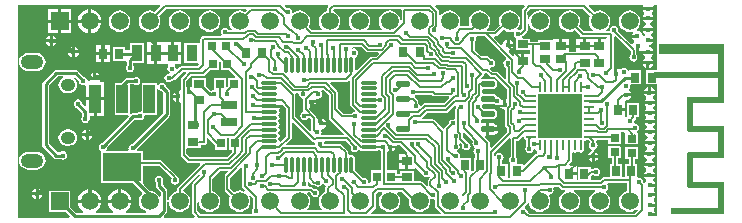
<source format=gbl>
%FSTAX23Y23*%
%MOIN*%
%SFA1B1*%

%IPPOS*%
%ADD11C,0.009800*%
%ADD16R,0.027600X0.035400*%
%ADD17R,0.033500X0.029500*%
%ADD21R,0.035400X0.027600*%
%ADD22R,0.029500X0.033500*%
%ADD63C,0.006300*%
%ADD64C,0.010000*%
%ADD65R,0.059100X0.059100*%
%ADD66C,0.059100*%
%ADD67O,0.074800X0.047200*%
%ADD68O,0.049200X0.041300*%
%ADD69C,0.015200*%
%ADD70C,0.015700*%
%ADD71C,0.011800*%
%ADD72C,0.019700*%
%ADD73O,0.011800X0.057100*%
%ADD74O,0.057100X0.011800*%
%ADD75O,0.049200X0.021700*%
%ADD76R,0.027600X0.031500*%
%ADD77R,0.031500X0.027600*%
%ADD78R,0.145700X0.145700*%
%ADD79O,0.009800X0.035400*%
%ADD80O,0.035400X0.009800*%
%ADD81R,0.037400X0.053100*%
%ADD82R,0.129900X0.094500*%
%ADD83R,0.039400X0.094500*%
%ADD84R,0.055100X0.029500*%
%ADD85R,0.216500X0.035400*%
%ADD86R,0.234600X0.019700*%
%ADD87R,0.122000X0.019700*%
%ADD88R,0.122000X0.019700*%
%ADD89R,0.177200X0.019700*%
%ADD90R,0.019700X0.196900*%
%ADD91R,0.019700X0.118100*%
%ADD92R,0.019700X0.106300*%
%ADD93R,0.019700X0.106300*%
%LNpcb1-1*%
%LPD*%
G36*
X02238Y00642D02*
X02238Y00641D01*
Y00605*
X02238Y00604*
Y00552*
X022*
Y00505*
X02238*
Y00065*
X02237Y00065*
X02233Y00069*
X02232Y00067*
X02215*
Y00077*
X02232*
X02232Y00079*
X02228Y00084*
X02227Y00085*
Y0009*
X02228Y0009*
X02232Y00096*
X02232Y00098*
X02215*
Y00108*
X02232*
X02232Y0011*
X02228Y00116*
X02226Y00117*
Y00123*
X02228Y00124*
X02232Y0013*
X02232Y00132*
X02215*
Y00142*
X02232*
X02232Y00144*
X02228Y0015*
X02226Y00151*
Y00155*
X02227Y00157*
X02231Y00162*
X02231Y00164*
X02214*
Y00174*
X02231*
X02231Y00176*
X02227Y00182*
X02225Y00183*
X02225Y00189*
X02229Y00195*
X02229Y00197*
X02195*
X02195Y00195*
X02199Y00189*
X02201Y00188*
X02201Y00182*
X02199Y00179*
X02193Y00178*
X0219Y0018*
X02189Y00185*
X02186Y0019*
X02182Y00193*
X02176Y00194*
X02176Y00194*
X02171Y00198*
Y00241*
X02163*
Y00257*
X02175*
Y00297*
X02132*
Y00257*
X02144*
Y00241*
X0213*
Y00196*
X0212*
Y00241*
X02106*
Y0026*
X02118*
Y00299*
X02075*
Y0026*
X02087*
Y00241*
X02079*
Y00196*
X02061*
X02058Y00196*
X02055Y00194*
X02048Y00187*
X02016*
Y002*
X0202Y00204*
X02025*
X02029Y00201*
X02035Y002*
X0204Y00201*
X02044Y00204*
X02047Y00209*
X02048Y00214*
X02047Y00219*
X02044Y00224*
X0204Y00227*
X02035Y00228*
X02029Y00227*
X02025Y00224*
X02024Y00223*
X02016*
X02016Y00224*
Y0023*
X01974*
Y00187*
X01969*
Y00202*
X01944*
Y00212*
X01969*
Y00234*
X01946*
X01944Y00239*
X01951Y00246*
X01953Y00249*
X01953Y00252*
Y00277*
X01958Y0028*
X01959Y00279*
X01964Y00278*
X01968Y00279*
X0197Y0028*
X01974Y00281*
X01977Y0028*
X01979Y00279*
X01983Y00278*
X01988Y00279*
X01991Y00281*
X01994Y00285*
X01995Y00289*
Y00315*
X01996Y00317*
X01997*
Y00318*
X01999Y00319*
X0201*
X02013Y00316*
X02015Y00312*
X02012Y00307*
X02011Y00302*
X02012Y00296*
X02015Y00292*
X02019Y00288*
X02022Y00288*
X02022*
Y00283*
X02022Y00283*
X02017Y00282*
X02011Y00278*
X02007Y00272*
X02007Y0027*
X02041*
X02041Y00272*
X02037Y00278*
X02031Y00282*
X02027Y00283*
X02027*
Y00288*
X02027Y00288*
X0203Y00288*
X02035Y00292*
X02038Y00296*
X02039Y00302*
X02038Y00307*
X02035Y00312*
X02034Y00312*
Y00318*
X02037Y00321*
X02075*
Y00307*
X02118*
Y00345*
X02127*
X02132Y00344*
Y00305*
X02175*
Y00344*
X0217*
X02169Y00346*
X02169Y00349*
X02173Y00352*
X02176Y00356*
X02177Y00361*
X02176Y00367*
X02173Y00371*
X02168Y00374*
X02163Y00375*
X02162Y00375*
X02161Y00376*
X02159Y00379*
X02159Y00383*
X02159Y00384*
X02164Y00388*
X02166Y00391*
X02166Y00395*
Y00398*
X02178*
Y00444*
X02137*
Y00398*
X02135Y00397*
X02131Y004*
Y00416*
X02106*
Y00426*
X02131*
Y00447*
X02133Y00452*
X02135Y00452*
X02142Y00453*
X02148Y00457*
X02152Y00463*
X02152Y00465*
X02135*
Y00475*
X02152*
X02152Y00476*
X02148Y00482*
X02144Y00485*
X02143Y00489*
X02144Y00491*
X02146Y00494*
X02147Y005*
X02147Y00501*
X0215Y00505*
X02184*
Y00552*
X02145*
X0214Y00551*
X02137Y00556*
X02132Y00559*
X02127Y0056*
X02121Y00559*
X02117Y00556*
X02117Y00556*
X02116Y00555*
X0211Y00555*
X02106Y00558*
X02104Y00558*
Y00541*
X02094*
Y00563*
X02094Y00563*
Y00664*
X02099Y00667*
X02149Y00616*
Y00605*
X02149Y00605*
X02146Y00601*
X02145Y00595*
X02146Y0059*
X02149Y00585*
X02153Y00582*
X02159Y00581*
X02164Y00582*
X02168Y00585*
X02171Y0059*
X02172Y00595*
X02171Y00601*
X02168Y00605*
X02168Y00605*
Y00612*
X02168Y00612*
Y00633*
X02178*
Y00615*
X0218Y00616*
X02185Y00619*
X02188Y00618*
X02224*
X02224Y0062*
X0222Y00625*
X02214Y00629*
X02211Y0063*
Y00635*
X02214Y00636*
X0222Y0064*
X02224Y00646*
X02225Y00648*
X02207*
Y00658*
X02225*
X02224Y0066*
X0222Y00666*
X02218Y00667*
Y00673*
X0222Y00675*
X02224Y00681*
X02225Y00683*
X0219*
X02191Y00681*
X02195Y00675*
X02196Y00674*
X02196Y00669*
X02195Y00668*
X02194Y00667*
X02189Y00669*
X02188Y00673*
X02184Y00679*
X02179Y00683*
X02172Y00684*
X02171Y00684*
X02169Y00689*
X02171Y0069*
X02177Y00698*
X0218Y00706*
X02181Y00716*
X0218Y00725*
X02177Y00734*
X02171Y00741*
X02164Y00747*
X02155Y0075*
X02146Y00752*
X02136Y0075*
X02128Y00747*
X0212Y00741*
X02115Y00734*
X02111Y00725*
X0211Y00716*
X02111Y00706*
X02115Y00698*
X0212Y0069*
X02128Y00685*
X02136Y00681*
X02146Y0068*
X02154Y00681*
X02156Y00679*
X02157Y00677*
X02155Y00673*
X02154Y00671*
X02172*
Y00661*
X02154*
X02155Y00659*
X02159Y00653*
X02161Y00652*
Y00646*
X0216Y00646*
X02157Y00641*
X02152Y0064*
X02107Y00684*
X02108Y00687*
X02107Y00693*
X02104Y00697*
X02099Y007*
X02094Y00701*
X02089Y007*
X02084Y00697*
X02081Y00693*
X0208Y00687*
X0208Y00687*
X02076Y00682*
X02068*
X02066Y00687*
X02071Y0069*
X02077Y00698*
X0208Y00706*
X02081Y00716*
X0208Y00725*
X02077Y00734*
X02071Y00741*
X02064Y00747*
X02055Y0075*
X02046Y00752*
X02036Y0075*
X02028Y00747*
X02009Y00766*
X02011Y0077*
X02189*
X02192Y00766*
X02191Y00764*
X0219Y00762*
X02225*
X02224Y00764*
X02223Y00766*
X02226Y0077*
X02238*
Y00642*
G37*
G36*
X00582Y00766D02*
X00563Y00747D01*
X00555Y0075*
X00546Y00752*
X00536Y0075*
X00528Y00747*
X0052Y00741*
X00515Y00734*
X00511Y00725*
X0051Y00716*
X00511Y00706*
X00515Y00698*
X0052Y0069*
X00528Y00685*
X00536Y00681*
X00546Y0068*
X00555Y00681*
X00564Y00685*
X00571Y0069*
X00577Y00698*
X0058Y00706*
X00581Y00716*
X0058Y00725*
X00577Y00734*
X00601Y00758*
X00868*
X0087Y00753*
X00863Y00747*
X00855Y0075*
X00846Y00752*
X00836Y0075*
X00828Y00747*
X0082Y00741*
X00815Y00734*
X00811Y00725*
X0081Y00716*
X00811Y00706*
X00815Y00698*
X0082Y0069*
X00821Y0069*
X0082Y00685*
X00811*
Y00685*
X00808Y0069*
X00803Y00693*
X00798Y00694*
X00792Y00693*
X00788Y0069*
X00785Y00685*
X00783Y0068*
X00785Y00674*
X00786Y00673*
X00783Y00668*
X00728*
X00725Y00667*
X00722Y00665*
X00717Y0066*
X00715Y00657*
X00714Y00653*
Y00645*
X00711Y00642*
X00709*
X00661*
Y00576*
X00708*
X0071Y00571*
X00705Y00567*
X00653*
X00649Y00566*
X00646Y00564*
X00638Y00555*
X00633Y00558*
Y00558*
X00632Y00564*
X00629Y00567*
X0063Y0057*
X00632Y00572*
X00652*
Y00604*
X00623*
Y00609*
X00618*
Y00646*
X00571*
Y00609*
X00566*
X00571*
Y00572*
X00606*
X00607Y0057*
X00608Y00567*
X00606Y00564*
X00605Y00558*
X00606Y00553*
X00609Y00548*
X00613Y00545*
X00612Y00541*
X00609Y00541*
X00604Y0054*
X00599Y00537*
X00596Y00533*
X00595Y00527*
X00596Y00522*
X00599Y00517*
X00604Y00514*
X00609Y00513*
X00615Y00514*
X00619Y00517*
X0062Y00518*
X00622*
X00626Y00519*
X00629Y00521*
X00657Y00548*
X00667*
X00669Y00543*
X00652Y00527*
X0065Y00524*
X00649Y0052*
Y00485*
X00645Y00483*
Y00465*
Y00447*
X00649Y00444*
Y0027*
X0065Y00266*
X00652Y00263*
X0067Y00246*
X00673Y00244*
X00676Y00243*
X00713*
X00715Y00238*
X00639Y00162*
X00637Y00159*
X00636Y00155*
Y0015*
X00628Y00147*
X0062Y00141*
X00615Y00134*
X00611Y00125*
X0061Y00119*
X00605Y00119*
Y0015*
X00604Y00155*
X00602Y00158*
X00589Y00172*
Y00179*
X00591Y00182*
X00592Y00187*
X00591Y00193*
X00587Y00197*
X00583Y002*
X00578Y00201*
X00572Y002*
X00568Y00197*
X00564Y00193*
X00563Y00187*
X00564Y00182*
X00566Y00179*
Y00167*
X00567Y00163*
X0057Y00159*
X00583Y00146*
Y00132*
X00578Y00131*
X00577Y00134*
X00571Y00141*
X00564Y00147*
X00555Y0015*
X00548Y00151*
X00527Y00171*
X00525Y00175*
Y00234*
X00578*
X00619Y00193*
X00617Y0019*
X00616Y00185*
X00617Y0018*
X0062Y00175*
X00625Y00172*
X0063Y00171*
X00636Y00172*
X0064Y00175*
X00643Y0018*
X00644Y00185*
X00643Y0019*
X0064Y00195*
X00639Y00196*
X00639Y00198*
X00637Y00201*
X00588Y0025*
X00585Y00252*
X00582Y00253*
X00525*
Y00282*
X00504*
X00503Y00285*
X00502Y00287*
X00503Y0029*
X00611Y00398*
X00613Y00402*
X00614Y00406*
Y00481*
X00613Y00485*
X00611Y00489*
X00602Y00498*
X00601Y00501*
X00598Y00506*
X00594Y00509*
X00588Y0051*
X00583Y00509*
X00578Y00506*
X00575Y00502*
X00573*
X0057Y00503*
Y0051*
X00519*
X00518*
X00515Y00514*
X00515Y00516*
X00514Y00521*
X00511Y00526*
X00507Y00529*
X00501Y0053*
X00496Y00529*
X00494Y00528*
X00471*
X00467Y00527*
X00463Y00524*
X00449Y0051*
X00429*
Y00404*
X00474*
X00476Y00399*
X00388Y00311*
X00384Y0031*
X0038Y00307*
X00377Y00302*
X00376Y00297*
X00377Y00291*
X0038Y00287*
X00381Y00286*
X00383Y00282*
Y00279*
Y00175*
X00492*
X00521Y00146*
X00521Y00141*
X0052Y00141*
X00515Y00134*
X00511Y00125*
X0051Y00116*
X00511Y00106*
X00515Y00098*
X0052Y0009*
X00528Y00085*
X00535Y00082*
X00534Y00077*
X00468*
X00467Y00079*
X00466Y00082*
X00474Y00088*
X0048Y00096*
X00484Y00105*
X00485Y00111*
X00406*
X00407Y00105*
X00411Y00096*
X00417Y00088*
X00425Y00082*
X00425Y00079*
X00424Y00077*
X00368*
X00367Y00079*
X00366Y00082*
X00374Y00088*
X0038Y00096*
X00384Y00105*
X00385Y00111*
X00306*
X00307Y00105*
X00311Y00096*
X00317Y00088*
X00325Y00082*
X00325Y00079*
X00324Y00077*
X003*
X00281Y00096*
Y00151*
X0021*
Y0008*
X00265*
X0028Y00065*
X00278Y00061*
X00106*
Y0077*
X0058*
X00582Y00766*
G37*
G36*
X01386Y00754D02*
Y0072D01*
X01381Y0072*
X0138Y00725*
X01377Y00734*
X01371Y00741*
X01364Y00747*
X01355Y0075*
X01346Y00752*
X01336Y0075*
X01328Y00747*
X0132Y00741*
X01315Y00734*
X01311Y00725*
X0131Y00716*
X01311Y00706*
X01315Y00698*
X0132Y00691*
X01318Y00686*
X01273*
X01272Y00691*
X01277Y00698*
X0128Y00706*
X01281Y00716*
X0128Y00725*
X01277Y00734*
X01271Y00741*
X01264Y00747*
X01255Y0075*
X01246Y00752*
X01236Y0075*
X01228Y00747*
X0122Y00741*
X01215Y00734*
X01211Y00725*
X0121Y00716*
X01211Y00706*
X01215Y00698*
X0122Y00691*
X01218Y00686*
X01173*
X01172Y00691*
X01177Y00698*
X0118Y00706*
X01181Y00716*
X0118Y00725*
X01177Y00734*
X01171Y00741*
X01164Y00747*
X01158Y00749*
X01157Y00754*
X0116Y00758*
X01382*
X01386Y00754*
G37*
G36*
X01141Y00766D02*
X01139Y00763D01*
X01137Y0076*
X01136Y00757*
Y0075*
X01128Y00747*
X0112Y00741*
X01115Y00734*
X01111Y00725*
X0111Y00716*
X01111Y00706*
X01115Y00698*
X0112Y00691*
X01118Y00686*
X01104*
X01104Y00686*
X01088*
X01077Y00698*
X0108Y00706*
X01081Y00716*
X0108Y00725*
X01077Y00734*
X01071Y00741*
X01064Y00747*
X01055Y0075*
X01046Y00752*
X01036Y0075*
X01028Y00747*
X01025Y00744*
X0102Y00747*
X0102Y00748*
X01019Y00753*
X01016Y00758*
X01012Y00761*
X01006Y00762*
X01001Y00761*
X01Y00761*
X00996Y00766*
X00997Y0077*
X0114*
X01141Y00766*
G37*
G36*
X01797D02*
X01789Y00758D01*
X01787Y00755*
X01787Y00751*
Y00737*
X01787Y00735*
Y00691*
X01782Y00685*
X0178Y00686*
X01775Y00687*
X01774Y00689*
X01772Y00692*
X01777Y00698*
X0178Y00706*
X01781Y00716*
X0178Y00725*
X01777Y00734*
X01771Y00741*
X01764Y00747*
X01755Y0075*
X01746Y00752*
X01736Y0075*
X01728Y00747*
X0172Y00741*
X01715Y00734*
X01711Y00725*
X0171Y00716*
X01711Y00706*
X01713Y00702*
X01695Y00684*
X01671*
X01669Y00689*
X01671Y0069*
X01677Y00698*
X0168Y00706*
X01681Y00716*
X0168Y00725*
X01677Y00734*
X01671Y00741*
X01664Y00747*
X01655Y0075*
X01646Y00752*
X01636Y0075*
X01628Y00747*
X0162Y00741*
X01615Y00734*
X01611Y00725*
X0161Y00716*
X01611Y00706*
X01612Y00704*
X01609Y00699*
X01583*
X01581Y00701*
X01579Y00704*
X0158Y00706*
X01581Y00716*
X0158Y00725*
X01577Y00734*
X01571Y00741*
X01564Y00747*
X01555Y0075*
X01546Y00752*
X01536Y0075*
X01528Y00747*
X0152Y00741*
X01515Y00735*
X01511Y00736*
X0151*
Y00748*
X0151Y00752*
X01508Y00755*
X01497Y00766*
X01499Y0077*
X01795*
X01797Y00766*
G37*
G36*
X02015Y00734D02*
X02011Y00725D01*
X0201Y00716*
X02011Y00706*
X02015Y00698*
X0202Y0069*
X02025Y00687*
X02023Y00682*
X01993*
X01977Y00698*
X0198Y00706*
X01981Y00716*
X0198Y00725*
X01977Y00734*
X01971Y00741*
X01964Y00747*
X01955Y0075*
X01946Y00752*
X01936Y0075*
X01928Y00747*
X0192Y00741*
X01915Y00734*
X01911Y00725*
X0191Y00716*
X01911Y00706*
X01915Y00698*
X0192Y0069*
X01928Y00685*
X01936Y00681*
X01946Y0068*
X01955Y00681*
X01963Y00685*
X01982Y00666*
X01985Y00664*
X01989Y00663*
X0207*
X02071Y00662*
X02068Y00657*
X02049*
Y00633*
X02039*
Y00657*
X02017*
X02001*
Y00633*
X01996*
Y00628*
X01968*
Y00614*
X01943*
Y00628*
X01917*
Y00633*
X01912*
Y00658*
X0189*
Y00657*
X01886Y00654*
X01841*
Y00648*
X01813*
Y00658*
X01789*
X01786Y00663*
X01787Y00665*
X0179Y00667*
X01803Y0068*
X01805Y00683*
X01806Y00687*
Y00707*
X01811Y00708*
X01811Y00706*
X01815Y00698*
X0182Y0069*
X01828Y00685*
X01836Y00681*
X01846Y0068*
X01855Y00681*
X01864Y00685*
X01871Y0069*
X01877Y00698*
X0188Y00706*
X01881Y00716*
X0188Y00725*
X01877Y00734*
X01871Y00741*
X01864Y00747*
X01855Y0075*
X01846Y00752*
X01836Y0075*
X01828Y00747*
X0182Y00741*
X01815Y00734*
X01811Y00725*
X01811Y00724*
X01806Y00724*
Y00737*
X01805Y0074*
Y00747*
X01815Y00757*
X01991*
X02015Y00734*
G37*
G36*
X01728Y00685D02*
X01736Y00681D01*
X01746Y0068*
X01755Y00681*
X01758Y00682*
X0176Y0068*
X01761Y00678*
X01761Y00674*
X01762Y00668*
X01765Y00664*
X01765Y00663*
X01766Y00658*
Y00619*
X01813*
X01815Y00615*
Y00607*
X01794*
Y00583*
X01784*
Y00607*
X01762*
Y00601*
X01757Y00599*
X01743Y00613*
X01744Y00619*
X01748Y0062*
X01754Y00623*
X01757Y00629*
X01758Y00631*
X01741*
Y00636*
X01736*
Y00653*
X01734Y00653*
X01728Y00649*
X01724Y00643*
X01724Y00639*
X01718Y00638*
X01695Y00661*
X01697Y00665*
X01698*
X01702Y00666*
X01705Y00668*
X01724Y00687*
X01728Y00685*
G37*
G36*
X01735Y00595D02*
X01733Y00589D01*
X01733Y00589*
X01729Y00586*
X01726Y00582*
X01725Y00576*
X01726Y00571*
X01727Y0057*
X01727Y00567*
X01729Y00564*
X01734Y0056*
Y00525*
X01729Y00523*
X01706Y00546*
X01703Y00548*
X017Y00548*
X01691*
X01681Y00558*
X01683Y00563*
X01684Y00562*
X01689Y00564*
X01694Y00567*
X01697Y00571*
X01698Y00576*
X01697Y00582*
X01694Y00586*
X01689Y00589*
X01684Y0059*
X01684Y0059*
X01676Y00598*
X01673Y006*
X01669Y00601*
X01652*
X01632Y00621*
Y0065*
X01634Y00653*
X01635Y00658*
X01634Y00661*
X01638Y00666*
X01664*
X01735Y00595*
G37*
G36*
X01266Y00615D02*
X01269Y00613D01*
X01273Y00612*
X01308*
X0131Y00607*
X01301Y00598*
X01286*
X01282Y00597*
X01279Y00595*
X01236Y00552*
X01231Y00554*
Y00592*
X0123Y00593*
X01233Y00598*
X01237Y00601*
X0124Y00606*
X01241Y00611*
X0124Y00616*
X01237Y00621*
X01233Y00624*
X01228Y00625*
X01222Y00624*
X01221Y00624*
X01221Y00626*
X01224Y00631*
X0125*
X01266Y00615*
G37*
G36*
X00519Y0051D02*
Y00417D01*
X00514Y00413*
X00514*
X00508Y00412*
X00506Y0041*
X00492*
X00487Y00409*
X00485Y00407*
X00481Y00409*
X0048Y0041*
Y00505*
X00492*
X00496Y00503*
X00501Y00502*
X00507Y00503*
X00511Y00506*
X00514Y0051*
X00519Y0051*
G37*
G36*
X00783Y0058D02*
Y00552D01*
X00812*
X00831Y00533*
X00829Y00528*
X00808*
Y005*
X00805Y00498*
X008Y005*
Y00528*
X00761*
Y00487*
X00759Y00486*
X00754Y00485*
X00751Y00483*
X00734Y005*
Y00528*
X00687*
Y00498*
X00683Y00496*
X00682Y00496*
X00681Y00496*
Y00479*
X00671*
Y00498*
X00668Y00501*
Y00516*
X00685Y00534*
X00725*
X00729Y00534*
X00732Y00536*
X00747Y00552*
X00776*
Y0058*
X0078Y00582*
X00783Y0058*
G37*
G36*
X0168Y00533D02*
X01683Y00531D01*
X01687Y0053*
X01696*
X01738Y00488*
Y00459*
X01734Y00457*
Y00438*
X01724*
Y00455*
X01723Y00455*
X01722Y00454*
X01716Y00456*
X01714Y0046*
X0171Y00463*
X01704Y00464*
X01703Y00463*
X01699Y00469*
X01694Y00472*
X01687Y00474*
X01659*
X01659Y00473*
X01655Y00477*
Y00486*
X01659Y00489*
X01659Y00489*
X01687*
X01694Y00491*
X01699Y00494*
X01703Y005*
X01704Y00506*
X01703Y00513*
X01699Y00519*
X01694Y00522*
X01687Y00524*
X01659*
X01653Y00522*
X01653Y00523*
X01652Y00528*
X01657Y00534*
X01659Y00537*
X0166Y0054*
X01663Y00544*
X01669Y00544*
X0168Y00533*
G37*
G36*
X01143Y00469D02*
Y00394D01*
X01144Y00391*
X01146Y00388*
X0116Y00374*
Y00373*
X01195Y00339*
X01193Y00335*
X01121*
X01118Y0034*
X01118Y0034*
X01119Y00345*
X01118Y00351*
X01117Y00352*
X0112Y00357*
X01124Y00358*
X0113Y00362*
X01133Y00368*
X01134Y0037*
X01117*
Y00375*
X01112*
Y00392*
X0111Y00391*
X01108Y0039*
X01103Y00393*
Y00394*
X01102Y00398*
X011Y00401*
X01077Y00424*
X01078Y00427*
X01079Y00429*
Y00448*
X01084*
Y00453*
X01101*
X01101Y00455*
X01101Y00456*
X01101Y00456*
X01104Y00459*
X01108Y00458*
X01114Y00459*
X01118Y00462*
X01121Y00467*
X01122Y00472*
X01121Y00477*
X01118Y00482*
X01117Y00483*
X01116Y00483*
X01119Y00488*
X01124*
X01143Y00469*
G37*
G36*
X01694Y0044D02*
X01699Y00437D01*
X01704Y00436*
X0171Y00437*
X01713Y00433*
X01713Y00431*
X01717Y00425*
X01723Y00422*
X01729Y0042*
X01731Y00419*
Y0037*
X01731Y00367*
X01733Y00364*
X01738Y00359*
Y00346*
X01686Y00294*
X01681Y00296*
Y00309*
X0168Y00313*
X01678Y00316*
X01664Y0033*
X01666Y00335*
X01668*
Y00356*
Y00378*
X01659*
X01655Y00377*
X01651Y00381*
X01651Y00383*
X01651Y00386*
X01651Y00387*
X01655Y0039*
X01659Y00389*
X01687*
X01694Y00391*
X01699Y00394*
X01703Y004*
X01704Y00406*
X01703Y00413*
X01699Y00419*
X01694Y00422*
X01687Y00424*
X0166*
X01654Y0043*
X01654Y00431*
X01653Y00435*
X01654Y00437*
X01656Y0044*
X01659Y00439*
X01687*
X01694Y00441*
X01694Y0044*
G37*
G36*
X01489Y00468D02*
X01492Y00466D01*
X01496Y00465*
X01543*
X01545Y0046*
X01528Y00443*
X01464*
X01461Y00442*
X01457Y0044*
X01451Y00434*
X01451*
X01446Y00436*
X01445Y00439*
X01442Y00444*
X01442Y00444*
Y00447*
X01441Y00451*
X01439Y00454*
X0143Y00463*
X0143Y00463*
X01431Y00469*
X01433Y0047*
X01434Y00471*
X01486*
X01489Y00468*
G37*
G36*
X01213Y00516D02*
Y00438D01*
X01214Y00435*
X01216Y00432*
X0123Y00417*
X01229Y00412*
X01225Y00412*
X01221Y00409*
X01221Y00408*
X01192*
X01174Y00426*
Y00478*
X01174Y00481*
X01172Y00484*
X01147Y00509*
X01149Y00513*
X012*
X01204Y00514*
X01207Y00516*
X01209Y00518*
X01213Y00516*
G37*
G36*
X01568Y00433D02*
X01569Y0043D01*
X01568Y00429*
X01566Y00426*
X01565Y00422*
Y00392*
X0156Y00388*
X01557Y00389*
X01552Y00388*
X01547Y00385*
X01544Y0038*
X01543Y00375*
X01543Y00375*
X01531Y00362*
X01529Y0036*
X01526Y00359*
X01524Y00358*
X01496Y00386*
X01493Y00388*
X01489Y00389*
X01456*
X01456Y00389*
X01455Y00394*
X0147Y0041*
X01534*
X01538Y0041*
X01541Y00412*
X01563Y00435*
X01568Y00433*
G37*
G36*
X00578Y00486D02*
X00583Y00483D01*
X00586Y00482*
X00592Y00476*
Y0041*
X00487Y00305*
X00484Y00305*
X00479Y00302*
X00476Y00297*
X00475Y00292*
X00476Y00287*
X00475Y00285*
X00474Y00282*
X00401*
X004Y00286*
X004Y00287*
X00403Y00291*
X00403Y00295*
X00496Y00388*
X00506*
X00508Y00386*
X00514Y00385*
X00519Y00386*
X00524Y00389*
X00527Y00393*
X00528Y00399*
X00528Y004*
X00531Y00404*
X0057*
Y00489*
X00573Y0049*
X00575*
X00578Y00486*
G37*
G36*
X01044Y00474D02*
X01045Y00469D01*
X01048Y00465*
X01052Y00462*
X01053Y00461*
X01056Y00456*
Y00422*
X01057Y00419*
X01058Y00418*
X01057Y00415*
X01056Y00412*
X01056Y00412*
X01052Y00409*
X01049Y00405*
X01048Y004*
X01049Y00394*
X01052Y0039*
X01057Y00387*
X01062Y00386*
X01067Y00387*
X01072Y0039*
X01075Y00394*
X0108*
X01084Y0039*
Y00352*
X01084Y00351*
X0108Y00349*
X01032Y00396*
Y0047*
X01032Y00471*
X01035Y00476*
X01036Y00476*
X01042*
X01044Y00474*
G37*
G36*
X01001Y00424D02*
Y00332D01*
X00983Y00314*
X00983*
X00978Y00316*
X00978Y00319*
X00975Y00323*
Y00326*
X00978Y0033*
X00979Y00334*
X00978Y00339*
X00975Y00343*
Y00345*
X00978Y00349*
X00979Y00354*
X00978Y00359*
X00977Y0036*
X00975Y00364*
X00977Y00367*
X00978Y00369*
X00979Y00374*
X00978Y00378*
X00975Y00382*
Y00385*
X00978Y00389*
X00979Y00393*
X00978Y00398*
X00975Y00402*
Y00404*
X00978Y00408*
X00979Y00413*
X00978Y00418*
X00977Y00418*
X00978Y00421*
X00981Y00426*
X00982Y00428*
X00944*
Y00438*
X00984*
X00986Y00439*
X01001Y00424*
G37*
G36*
X01087Y00315D02*
X0109Y00313D01*
X01094Y00312*
X01095*
X01098Y00309*
X01097Y00304*
X01095Y00302*
X01004*
X01002Y00306*
X01017Y00322*
X01019Y00325*
X0102Y00328*
Y00375*
X01025Y00377*
X01087Y00315*
G37*
G36*
X00811Y00288D02*
X00822D01*
Y0028*
X00803Y00262*
X0068*
X00668Y00274*
Y0029*
X00669Y00294*
X00716*
Y00304*
X00727*
X00731Y00304*
X00734Y00306*
X00736Y00309*
X00737Y00313*
Y00325*
X00741Y00327*
X00764Y00304*
Y00288*
X00804*
Y00328*
X00811*
Y00288*
G37*
G36*
X01604Y00336D02*
Y00336D01*
X01624Y00316*
X01623Y00314*
X01622Y00309*
X01623Y00304*
X01626Y00299*
X01628Y00298*
X01629Y00293*
X01629Y00292*
X01626Y00288*
X01625Y00283*
X01626Y00277*
X01629Y00273*
X0163Y00273*
Y00259*
X01627*
Y0022*
X01623Y00216*
X01618Y00218*
Y00259*
X01584*
X0158Y00264*
X01581Y00267*
X0158Y00272*
X01577Y00277*
X01572Y0028*
X0157Y0028*
Y00285*
X01571Y00285*
X01575Y00288*
X01578Y00293*
X0158Y00298*
X01578Y00303*
X01577Y00305*
X01578Y00307*
X01583Y00309*
X01588Y00304*
X01587Y00299*
X01588Y00293*
X01592Y00289*
X01596Y00286*
X01602Y00285*
X01607Y00286*
X01612Y00289*
X01615Y00293*
X01616Y00299*
X01615Y00304*
X01612Y00309*
X01607Y00312*
X01606Y00312*
X01592Y00326*
Y00339*
X01591Y00342*
X01591Y00343*
X01595Y00345*
X01604Y00336*
G37*
G36*
X01405Y00278D02*
X01403Y00274D01*
X01376*
Y00254*
X01403*
Y00249*
X01408*
Y00224*
X0143*
Y00226*
X01434Y00227*
X01455Y00207*
X01456Y00204*
X01459Y00199*
X01463Y00196*
X01468Y00195*
X01474Y00196*
X01478Y00199*
X01481Y00195*
X01476Y0019*
X01474Y00187*
X01473Y00184*
Y00171*
X01473Y0017*
X01469Y00167*
X01457Y00179*
X01454Y00181*
X0145Y00182*
X0145*
X01426*
Y00218*
X0138*
Y00207*
X0137*
Y00219*
X01336*
Y00279*
X0134Y00282*
X01341Y00281*
X01343Y00281*
Y00298*
X01353*
Y00281*
X01355Y00281*
X01361Y00285*
X01365Y00291*
X01366Y00298*
X01366Y00299*
X01369Y00303*
X0138*
X01405Y00278*
G37*
G36*
X01789Y00331D02*
X01793Y00329D01*
X01794Y00326*
X01796Y00323*
X018Y0032*
X01801Y0032*
Y00299*
X01799Y00295*
X01798Y00289*
X01799Y00284*
X01802Y0028*
X01806Y00277*
X01811Y00275*
X01817Y00277*
X01821Y0028*
X01824Y00284*
X01825Y00287*
X01826Y00289*
X0183Y0029*
X01835Y00287*
X01835Y00285*
X01837Y00282*
X01837Y00279*
X01836Y00276*
X01836Y00276*
X01833Y00274*
X01795Y00236*
X0179Y00238*
Y00241*
X01772*
X01769Y00246*
X01771Y00249*
X01772Y00254*
X01771Y00259*
X01768Y00264*
X01767Y00264*
Y00317*
X0177*
X01774Y00317*
X01777Y00319*
X01788Y00331*
X01789*
G37*
G36*
X01749Y00323D02*
Y00264D01*
X01748Y00264*
X01745Y00259*
X01744Y00254*
X01745Y00249*
X01747Y00246*
X01748Y00241*
Y00196*
X01746Y00192*
X01742*
X01739Y00196*
Y00241*
X01721*
Y00252*
X01722Y00252*
X01725Y00257*
X01726Y00262*
X01725Y00267*
X01722Y00272*
X01717Y00275*
X01712Y00276*
X01706Y00275*
X01702Y00272*
X01699Y00267*
X01698Y00265*
X01693Y00265*
Y00275*
X01744Y00325*
X01749Y00323*
G37*
G36*
X01217Y00299D02*
X01217Y00299D01*
X01216Y00293*
X01217Y00288*
X0122Y00283*
X01224Y0028*
X01229Y00279*
X01235Y0028*
X01239Y00283*
X0124Y00285*
X01242Y00285*
X01246Y00285*
X01249Y00284*
X01254Y00283*
X01299*
X01304Y00284*
X01307Y00286*
X01309*
X01312Y00286*
X01313Y00287*
X01317Y00284*
Y00219*
X01283*
Y00179*
X01278Y00175*
X01275Y00179*
X01274Y00185*
X01271Y00189*
X01266Y00192*
X01261Y00193*
X01258Y00193*
X01231Y0022*
Y00259*
X0123Y00264*
X01227Y00268*
X01223Y00271*
X01218Y00272*
X01214Y00271*
X01213Y0027*
X01208Y00273*
Y00279*
X01207Y00283*
X01205Y00286*
X01188Y00303*
X01185Y00305*
X01182Y00305*
X01128*
X01127Y00307*
X01126Y00311*
X01129Y00316*
X012*
X01217Y00299*
G37*
G36*
X00849Y00228D02*
X00854Y00226D01*
Y00166*
X00854Y00163*
X00856Y0016*
X00864Y00152*
X00861Y00148*
X00855Y0015*
X00846Y00152*
X00836Y0015*
X00828Y00147*
X00814Y0016*
Y00194*
X00849Y00228*
X00849*
G37*
G36*
X01088Y00171D02*
X01091Y00169D01*
X01095Y00169*
X01096*
X01096Y00168*
X01101Y00165*
X01106Y00164*
X01112Y00165*
X01116Y00168*
X01119Y00173*
X01124Y00174*
X01129Y00171*
X01131Y0017*
X01132Y00169*
X01133Y00165*
X01132Y00163*
X01131Y00159*
Y00148*
X01128Y00147*
X0112Y00141*
X01115Y00134*
X01111Y00125*
X0111Y00116*
X01111Y00106*
X01115Y00098*
X0112Y00091*
X01118Y00086*
X01073*
X01072Y00091*
X01077Y00098*
X0108Y00106*
X01081Y00116*
X0108Y00125*
X01077Y00134*
X01072Y0014*
X01073Y00145*
X01079*
X01085Y00139*
X01085Y00139*
X01088Y00134*
X01093Y00131*
X01098Y0013*
X01103Y00131*
X01108Y00134*
X01111Y00139*
X01112Y00144*
X01111Y00149*
X01108Y00154*
X01103Y00157*
X01098Y00158*
X01093Y00157*
X01089Y00161*
X01086Y00163*
X01083Y00164*
X01077*
X01073Y00169*
X01074Y00172*
X01073Y00177*
X01072Y00178*
X01073Y0018*
X01078Y00181*
X01088Y00171*
G37*
G36*
X02136Y0015D02*
X02128Y00147D01*
X0212Y00141*
X02115Y00134*
X02111Y00125*
X0211Y00116*
X02111Y00106*
X02115Y00098*
X0212Y0009*
X02128Y00085*
X02136Y00081*
X02146Y0008*
X02155Y00081*
X02164Y00085*
X02168Y00088*
X02174Y00086*
X02174Y00086*
X02162Y00074*
X01812*
X01806Y0008*
X01806Y00081*
X01805Y00086*
X01802Y0009*
X01798Y00093*
X01798Y00094*
X01797Y00099*
X01804Y00106*
X01806Y00109*
X01809*
X01811Y00108*
X01811Y00106*
X01815Y00098*
X0182Y0009*
X01828Y00085*
X01836Y00081*
X01846Y0008*
X01855Y00081*
X01864Y00085*
X01871Y0009*
X01877Y00098*
X0188Y00106*
X01881Y00116*
X0188Y00125*
X01877Y00134*
X01876Y00134*
X01879Y00139*
X01879Y00139*
X01885Y0014*
X01889Y00143*
X01892Y00147*
X01893Y00153*
X01892Y00158*
X01891Y00159*
X01894Y00164*
X01909*
X01917Y00156*
X0192Y00154*
X01924Y00154*
X01931*
X01932Y00149*
X01928Y00147*
X0192Y00141*
X01915Y00134*
X01911Y00125*
X0191Y00116*
X01911Y00106*
X01915Y00098*
X0192Y0009*
X01928Y00085*
X01936Y00081*
X01946Y0008*
X01955Y00081*
X01964Y00085*
X01971Y0009*
X01977Y00098*
X0198Y00106*
X01981Y00116*
X0198Y00125*
X01977Y00134*
X01971Y00141*
X01964Y00147*
X01959Y00149*
X0196Y00154*
X02031*
X02032Y00149*
X02028Y00147*
X0202Y00141*
X02015Y00134*
X02011Y00125*
X0201Y00116*
X02011Y00106*
X02015Y00098*
X0202Y0009*
X02028Y00085*
X02036Y00081*
X02046Y0008*
X02055Y00081*
X02064Y00085*
X02071Y0009*
X02077Y00098*
X0208Y00106*
X02081Y00116*
X0208Y00125*
X02077Y00134*
X02071Y00141*
X02066Y00145*
X02067Y0015*
X02067Y0015*
X02071Y00153*
X02074Y00158*
X02075Y00163*
X02074Y00168*
X02071Y00173*
X02073Y00178*
X02136*
Y0015*
G37*
G36*
X01411Y00122D02*
X0141Y00116D01*
X01411Y00106*
X01415Y00098*
X0142Y0009*
X01428Y00085*
X01436Y00081*
X01446Y0008*
X01455Y00081*
X01464Y00085*
X01471Y0009*
X01477Y00098*
X0148Y00106*
X01481Y00116*
X01481Y00121*
X01482Y00123*
X01485Y00124*
X0149Y00124*
X01493Y00124*
X01498Y00121*
Y001*
X01498Y00096*
X015Y00093*
X01516Y00078*
X01514Y00073*
X01284*
X01283Y00078*
X01299Y00094*
X01301Y00097*
X01302Y00101*
Y0014*
X01308Y00146*
X01319*
X0132Y00142*
X0132Y00141*
X01315Y00134*
X01311Y00125*
X0131Y00116*
X01311Y00106*
X01315Y00098*
X0132Y0009*
X01328Y00085*
X01336Y00081*
X01346Y0008*
X01355Y00081*
X01364Y00085*
X01371Y0009*
X01377Y00098*
X0138Y00106*
X01381Y00116*
X0138Y00125*
X01377Y00134*
X01371Y00141*
X01371Y00142*
X01373Y00146*
X01387*
X01411Y00122*
G37*
G36*
X00808Y00214D02*
X00798Y00205D01*
X00796Y00202*
X00796Y00198*
Y00156*
X00796Y00153*
X00798Y0015*
X00815Y00134*
X00811Y00125*
X0081Y00116*
X00811Y00106*
X00815Y00098*
X0082Y0009*
X00828Y00085*
X00836Y00081*
X00846Y0008*
X00855Y00081*
X00864Y00085*
X00871Y0009*
X00877Y00098*
X0088Y00106*
X00881Y00116*
X0088Y00125*
X00877Y00132*
X00881Y00135*
X00891Y00126*
Y00093*
X0089Y00093*
X00887Y00088*
X00886Y00083*
X00887Y00078*
X00885Y00073*
X00716*
X00705Y00083*
Y00111*
X0071Y00112*
X00711Y00106*
X00715Y00098*
X0072Y0009*
X00728Y00085*
X00736Y00081*
X00746Y0008*
X00755Y00081*
X00764Y00085*
X00771Y0009*
X00777Y00098*
X0078Y00106*
X00781Y00116*
X0078Y00125*
X00777Y00134*
X00771Y00141*
X00764Y00147*
X00755Y0015*
Y00191*
X00782Y00218*
X00806*
X00808Y00214*
G37*
G36*
X00714Y00204D02*
X00715Y00202D01*
X00689Y00176*
X00687Y00173*
X00687Y00169*
Y00079*
X00687Y00076*
X00689Y00073*
X00697Y00065*
X00695Y00061*
X00595*
X00593Y00065*
X00602Y00075*
X00604Y00078*
X00605Y00083*
Y00112*
X0061Y00112*
X00611Y00106*
X00615Y00098*
X0062Y0009*
X00628Y00085*
X00636Y00081*
X00646Y0008*
X00655Y00081*
X00664Y00085*
X00671Y0009*
X00677Y00098*
X0068Y00106*
X00681Y00116*
X0068Y00125*
X00677Y00134*
X00671Y00141*
X00664Y00147*
X00659Y00149*
X00658Y00154*
X00709Y00205*
X00714Y00204*
G37*
%LNpcb1-2*%
%LPC*%
G36*
X02225Y00752D02*
X0219D01*
X02191Y0075*
X02195Y00745*
X02195Y00744*
Y00739*
X02195Y00739*
X02191Y00733*
X0219Y00731*
X02225*
X02224Y00733*
X0222Y00739*
X0222Y00739*
Y00744*
X0222Y00745*
X02224Y0075*
X02225Y00752*
G37*
G36*
Y00721D02*
X0219D01*
X02191Y00719*
X02195Y00713*
X022Y0071*
X022Y00707*
X022Y00704*
X02195Y00701*
X02191Y00695*
X0219Y00693*
X02225*
X02224Y00695*
X0222Y00701*
X02215Y00704*
X02215Y00707*
X02215Y0071*
X0222Y00713*
X02224Y00719*
X02225Y00721*
G37*
G36*
X02224Y00608D02*
X0219D01*
X0219Y00606*
X02194Y006*
X02196Y00599*
Y00593*
X02193Y00591*
X02189Y00585*
X02189Y00583*
X02223*
X02223Y00585*
X02219Y00591*
X02217Y00592*
Y00598*
X0222Y006*
X02224Y00606*
X02224Y00608*
G37*
G36*
X02223Y00573D02*
X02211D01*
Y00561*
X02213Y00561*
X02219Y00565*
X02223Y00571*
X02223Y00573*
G37*
G36*
X02201D02*
X02189D01*
X02189Y00571*
X02193Y00565*
X02199Y00561*
X02201Y00561*
Y00573*
G37*
G36*
X02217Y00496D02*
Y00483D01*
X02229*
X02229Y00485*
X02225Y00491*
X02219Y00495*
X02217Y00496*
G37*
G36*
X02207D02*
X02205Y00495D01*
X02199Y00491*
X02195Y00485*
X02195Y00483*
X02207*
Y00496*
G37*
G36*
X02229Y00473D02*
X02195D01*
X02195Y00471*
X02199Y00465*
X02201Y00464*
Y00458*
X022Y00457*
X02196Y00451*
X02196Y00449*
X0223*
X0223Y00451*
X02226Y00457*
X02223Y00459*
Y00465*
X02225Y00465*
X02229Y00471*
X02229Y00473*
G37*
G36*
X0223Y00439D02*
X02196D01*
X02196Y00437*
X022Y00431*
X02202Y0043*
Y00424*
X022Y00423*
X02196Y00417*
X02196Y00415*
X0223*
X0223Y00417*
X02226Y00423*
X02224Y00424*
Y0043*
X02226Y00431*
X0223Y00437*
X0223Y00439*
G37*
G36*
Y00405D02*
X02196D01*
X02196Y00403*
X022Y00397*
Y00394*
X02196Y00388*
X02196Y00386*
X0223*
X0223Y00388*
X02226Y00394*
Y00397*
X0223Y00403*
X0223Y00405*
G37*
G36*
Y00376D02*
X02196D01*
X02196Y00374*
X022Y00369*
X02203Y00367*
Y00361*
X02202Y0036*
X02198Y00354*
X02197Y00352*
X02232*
X02231Y00354*
X02227Y0036*
X02225Y00362*
Y00368*
X02226Y00369*
X0223Y00374*
X0223Y00376*
G37*
G36*
X02232Y00342D02*
X02197D01*
X02198Y0034*
X02202Y00334*
X02206Y00331*
X02206Y0033*
Y00327*
X02206Y00326*
X02202Y00323*
X02198Y00317*
X02197Y00315*
X02232*
X02231Y00317*
X02227Y00323*
X02223Y00326*
X02223Y00327*
Y0033*
X02223Y00331*
X02227Y00334*
X02231Y0034*
X02232Y00342*
G37*
G36*
Y00305D02*
X02197D01*
X02198Y00303*
X02202Y00297*
X02204Y00295*
X02204Y00294*
X02204Y00289*
X02199Y00286*
X02195Y00281*
X02195Y00279*
X02229*
X02229Y00281*
X02225Y00286*
X02223Y00288*
X02222Y00289*
X02223Y00294*
X02227Y00297*
X02231Y00303*
X02232Y00305*
G37*
G36*
X02041Y0026D02*
X02029D01*
Y00248*
X02031Y00249*
X02037Y00253*
X02041Y00258*
X02041Y0026*
G37*
G36*
X02019D02*
X02007D01*
X02007Y00258*
X02011Y00253*
X02017Y00249*
X02019Y00248*
Y0026*
G37*
G36*
X02229Y00269D02*
X02195D01*
X02195Y00267*
X02199Y00261*
X02203Y00258*
X02203Y00252*
X022Y0025*
X02196Y00244*
X02195Y00242*
X0223*
X02229Y00244*
X02225Y0025*
X02222Y00253*
X02222Y00258*
X02225Y00261*
X02229Y00267*
X02229Y00269*
G37*
G36*
X0223Y00232D02*
X02195D01*
X02196Y0023*
X022Y00224*
X02202Y00223*
Y00217*
X02199Y00215*
X02195Y00209*
X02195Y00207*
X02229*
X02229Y00209*
X02225Y00215*
X02223Y00216*
Y00223*
X02225Y00224*
X02229Y0023*
X0223Y00232*
G37*
G36*
X00351Y00755D02*
Y00721D01*
X00385*
X00384Y00726*
X0038Y00736*
X00374Y00744*
X00366Y0075*
X00356Y00754*
X00351Y00755*
G37*
G36*
X00341D02*
X00335Y00754D01*
X00326Y0075*
X00317Y00744*
X00311Y00736*
X00307Y00726*
X00306Y00721*
X00341*
Y00755*
G37*
G36*
X00285Y00755D02*
X00251D01*
Y00721*
X00285*
Y00755*
G37*
G36*
X00241D02*
X00206D01*
Y00721*
X00241*
Y00755*
G37*
G36*
X00746Y00752D02*
X00736Y0075D01*
X00728Y00747*
X0072Y00741*
X00715Y00734*
X00711Y00725*
X0071Y00716*
X00711Y00706*
X00715Y00698*
X0072Y0069*
X00728Y00685*
X00736Y00681*
X00746Y0068*
X00755Y00681*
X00764Y00685*
X00771Y0069*
X00777Y00698*
X0078Y00706*
X00781Y00716*
X0078Y00725*
X00777Y00734*
X00771Y00741*
X00764Y00747*
X00755Y0075*
X00746Y00752*
G37*
G36*
X00646D02*
X00636Y0075D01*
X00628Y00747*
X0062Y00741*
X00615Y00734*
X00611Y00725*
X0061Y00716*
X00611Y00706*
X00615Y00698*
X0062Y0069*
X00628Y00685*
X00636Y00681*
X00646Y0068*
X00655Y00681*
X00664Y00685*
X00671Y0069*
X00677Y00698*
X0068Y00706*
X00681Y00716*
X0068Y00725*
X00677Y00734*
X00671Y00741*
X00664Y00747*
X00655Y0075*
X00646Y00752*
G37*
G36*
X00446D02*
X00436Y0075D01*
X00428Y00747*
X0042Y00741*
X00415Y00734*
X00411Y00725*
X0041Y00716*
X00411Y00706*
X00415Y00698*
X0042Y0069*
X00428Y00685*
X00436Y00681*
X00446Y0068*
X00455Y00681*
X00464Y00685*
X00471Y0069*
X00477Y00698*
X0048Y00706*
X00481Y00716*
X0048Y00725*
X00477Y00734*
X00471Y00741*
X00464Y00747*
X00455Y0075*
X00446Y00752*
G37*
G36*
X00385Y00711D02*
X00351D01*
Y00676*
X00356Y00677*
X00366Y00681*
X00374Y00688*
X0038Y00696*
X00384Y00705*
X00385Y00711*
G37*
G36*
X00341D02*
X00306D01*
X00307Y00705*
X00311Y00696*
X00317Y00688*
X00326Y00681*
X00335Y00677*
X00341Y00676*
Y00711*
G37*
G36*
X00285D02*
X00251D01*
Y00676*
X00285*
Y00711*
G37*
G36*
X00241D02*
X00206D01*
Y00676*
X00241*
Y00711*
G37*
G36*
X00223Y00667D02*
Y00655D01*
X00235*
X00234Y00657*
X00231Y00663*
X00225Y00667*
X00223Y00667*
G37*
G36*
X00213D02*
X00211Y00667D01*
X00205Y00663*
X00201Y00657*
X002Y00655*
X00213*
Y00667*
G37*
G36*
X00235Y00645D02*
X00223D01*
Y00633*
X00225Y00633*
X00231Y00637*
X00234Y00643*
X00235Y00645*
G37*
G36*
X00213D02*
X002D01*
X00201Y00643*
X00205Y00637*
X00211Y00633*
X00213Y00633*
Y00645*
G37*
G36*
X00297Y00631D02*
Y00619D01*
X00309*
X00309Y00621*
X00305Y00627*
X00299Y00631*
X00297Y00631*
G37*
G36*
X00287D02*
X00285Y00631D01*
X00279Y00627*
X00275Y00621*
X00275Y00619*
X00287*
Y00631*
G37*
G36*
X00528Y00642D02*
X00479D01*
Y00619*
X00465*
Y00631*
X00425*
Y00584*
X00465*
X00465*
X00469Y00581*
Y00568*
X00467Y00566*
X00466Y0056*
X00467Y00555*
X0047Y0055*
X00475Y00547*
X0048Y00546*
X00486Y00547*
X0049Y0055*
X00493Y00555*
X00494Y0056*
X00493Y00566*
X00491Y00568*
Y00576*
X00528*
Y00642*
G37*
G36*
X00652Y00646D02*
X00628D01*
Y00614*
X00652*
Y00646*
G37*
G36*
X00561D02*
X00538D01*
Y00614*
X00561*
Y00646*
G37*
G36*
X00414Y00635D02*
X00395D01*
Y00612*
X00414*
Y00635*
G37*
G36*
X00385D02*
X00366D01*
Y00612*
X00385*
Y00635*
G37*
G36*
X00309Y00609D02*
X00297D01*
Y00596*
X00299Y00597*
X00305Y00601*
X00309Y00607*
X00309Y00609*
G37*
G36*
X00287D02*
X00275D01*
X00275Y00607*
X00279Y00601*
X00285Y00597*
X00287Y00596*
Y00609*
G37*
G36*
X00414Y00602D02*
X00395D01*
Y0058*
X00414*
Y00602*
G37*
G36*
X00385D02*
X00366D01*
Y0058*
X00385*
Y00602*
G37*
G36*
X00561Y00604D02*
X00538D01*
Y00572*
X00561*
Y00604*
G37*
G36*
X00169Y0061D02*
X00141D01*
X00134Y00609*
X00126Y00606*
X0012Y00601*
X00115Y00595*
X00112Y00587*
X00111Y0058*
X00112Y00572*
X00115Y00565*
X0012Y00559*
X00126Y00554*
X00134Y00551*
X00141Y0055*
X00169*
X00177Y00551*
X00184Y00554*
X0019Y00559*
X00195Y00565*
X00198Y00572*
X00199Y0058*
X00198Y00587*
X00195Y00595*
X0019Y00601*
X00184Y00606*
X00177Y00609*
X00169Y0061*
G37*
G36*
X00368Y00543D02*
Y00531D01*
X0038*
X00379Y00533*
X00376Y00539*
X0037Y00542*
X00368Y00543*
G37*
G36*
X00358D02*
X00356Y00542D01*
X0035Y00539*
X00346Y00533*
X00346Y00531*
X00358*
Y00543*
G37*
G36*
X00635Y00482D02*
X00633Y00481D01*
X00627Y00478*
X00624Y00472*
X00623Y0047*
X00635*
Y00482*
G37*
G36*
X00299Y00554D02*
X00235D01*
X00231Y00553*
X00227Y00551*
X00191Y00514*
X00188Y00511*
X00188Y00506*
Y00304*
X00188Y003*
X00191Y00296*
X00227Y00261*
X0023Y00258*
X00235Y00257*
X00249*
X00252Y00255*
X00257Y00254*
X00263Y00255*
X00267Y00258*
X0027Y00263*
X00272Y00268*
X0027Y00274*
X00267Y00278*
X00263Y00282*
X00257Y00283*
X00252Y00282*
X00249Y0028*
X00239*
X0021Y00309*
Y00502*
X0024Y00532*
X00256*
X00257Y00527*
X00256Y00526*
X0025Y00522*
X00246Y00516*
X00243Y0051*
X00242Y00503*
X00243Y00496*
X00246Y00489*
X0025Y00484*
X00256Y0048*
X00262Y00477*
X00269Y00476*
X00277*
X00284Y00477*
X00291Y0048*
X00296Y00484*
X003Y00489*
X00303Y00496*
X00304Y00503*
X00303Y0051*
X003Y00516*
X00296Y00522*
X00292Y00525*
X00293Y0053*
X00295Y00531*
X00311Y00515*
X00312Y00511*
X00315Y00507*
X00319Y00504*
X00325Y00503*
X00329Y00504*
X00334Y00501*
Y00462*
X00364*
X00393*
Y00514*
X00382*
X00379Y00518*
X0038Y00519*
X0038Y00521*
X00346*
Y00521*
X00344Y00517*
X00342Y00516*
X0034Y00516*
X00339Y00517*
X00338Y00522*
X00335Y00527*
X0033Y0053*
X00327Y00531*
X00307Y00551*
X00303Y00553*
X00299Y00554*
G37*
G36*
X00635Y0046D02*
X00623D01*
X00624Y00458*
X00627Y00452*
X00633Y00448*
X00635Y00448*
Y0046*
G37*
G36*
X00393Y00452D02*
X00369D01*
Y004*
X00393*
Y00452*
G37*
G36*
X00307Y00455D02*
X00302Y00454D01*
X00297Y00451*
X00294Y00446*
X00293Y00441*
X00294Y00435*
X00297Y00431*
X00302Y00428*
X00302Y00428*
X00321Y00409*
Y00399*
X00319Y00396*
X00318Y00391*
X00319Y00385*
X00322Y00381*
X00327Y00378*
X00332Y00377*
X00338Y00378*
X00342Y00381*
X00345Y00385*
X00346Y00391*
X00346Y00395*
X00348Y00399*
X00349Y004*
X00359*
Y00452*
X00334*
Y00434*
X00329Y00432*
X00321Y0044*
X00322Y00441*
X0032Y00446*
X00317Y00451*
X00313Y00454*
X00307Y00455*
G37*
G36*
X00343Y00355D02*
Y00343D01*
X00355*
X00355Y00344*
X00351Y0035*
X00345Y00354*
X00343Y00355*
G37*
G36*
X00333D02*
X00331Y00354D01*
X00325Y0035*
X00321Y00344*
X00321Y00343*
X00333*
Y00355*
G37*
G36*
X00355Y00333D02*
X00343D01*
Y0032*
X00345Y00321*
X00351Y00325*
X00355Y00331*
X00355Y00333*
G37*
G36*
X00333D02*
X00321D01*
X00321Y00331*
X00325Y00325*
X00331Y00321*
X00333Y0032*
Y00333*
G37*
G36*
X00277Y00355D02*
X00269D01*
X00262Y00354*
X00256Y00351*
X0025Y00347*
X00246Y00341*
X00243Y00335*
X00242Y00328*
X00243Y00321*
X00246Y00314*
X0025Y00309*
X00256Y00304*
X00262Y00302*
X00269Y00301*
X00277*
X00284Y00302*
X00291Y00304*
X00296Y00309*
X003Y00314*
X00303Y00321*
X00304Y00328*
X00303Y00335*
X003Y00341*
X00296Y00347*
X00291Y00351*
X00284Y00354*
X00277Y00355*
G37*
G36*
X00169Y00281D02*
X00141D01*
X00134Y0028*
X00126Y00277*
X0012Y00272*
X00115Y00266*
X00112Y00259*
X00111Y00251*
X00112Y00243*
X00115Y00236*
X0012Y0023*
X00126Y00225*
X00134Y00222*
X00141Y00221*
X00169*
X00177Y00222*
X00184Y00225*
X0019Y0023*
X00195Y00236*
X00198Y00243*
X00199Y00251*
X00198Y00259*
X00195Y00266*
X0019Y00272*
X00184Y00277*
X00177Y0028*
X00169Y00281*
G37*
G36*
X00176Y00158D02*
Y00146D01*
X00188*
X00188Y00148*
X00184Y00154*
X00178Y00158*
X00176Y00158*
G37*
G36*
X00166D02*
X00164Y00158D01*
X00158Y00154*
X00154Y00148*
X00154Y00146*
X00166*
Y00158*
G37*
G36*
X00188Y00136D02*
X00176D01*
Y00124*
X00178Y00124*
X00184Y00128*
X00188Y00134*
X00188Y00136*
G37*
G36*
X00166D02*
X00154D01*
X00154Y00134*
X00158Y00128*
X00164Y00124*
X00166Y00124*
Y00136*
G37*
G36*
X00451Y00155D02*
Y00121D01*
X00485*
X00484Y00126*
X0048Y00136*
X00474Y00144*
X00466Y0015*
X00456Y00154*
X00451Y00155*
G37*
G36*
X00441D02*
X00435Y00154D01*
X00426Y0015*
X00417Y00144*
X00411Y00136*
X00407Y00126*
X00406Y00121*
X00441*
Y00155*
G37*
G36*
X00351D02*
Y00121D01*
X00385*
X00384Y00126*
X0038Y00136*
X00374Y00144*
X00366Y0015*
X00356Y00154*
X00351Y00155*
G37*
G36*
X00341D02*
X00335Y00154D01*
X00326Y0015*
X00317Y00144*
X00311Y00136*
X00307Y00126*
X00306Y00121*
X00341*
Y00155*
G37*
G36*
X01991Y00657D02*
X01968D01*
Y00638*
X01991*
Y00657*
G37*
G36*
X01943Y00658D02*
X01922D01*
Y00638*
X01943*
Y00658*
G37*
G36*
X01746Y00653D02*
Y00641D01*
X01758*
X01757Y00643*
X01754Y00649*
X01748Y00653*
X01746Y00653*
G37*
G36*
X01101Y00443D02*
X01089D01*
Y00431*
X01091Y00432*
X01097Y00436*
X01101Y00442*
X01101Y00443*
G37*
G36*
X01122Y00392D02*
Y0038D01*
X01134*
X01133Y00382*
X0113Y00387*
X01124Y00391*
X01122Y00392*
G37*
G36*
X01687Y00378D02*
X01678D01*
Y00361*
X01707*
X01707Y00365*
X01702Y00371*
X01695Y00376*
X01687Y00378*
G37*
G36*
X01707Y00351D02*
X01678D01*
Y00335*
X01687*
X01695Y00337*
X01702Y00341*
X01707Y00348*
X01707Y00351*
G37*
G36*
X01398Y00244D02*
X01376D01*
Y00224*
X01398*
Y00244*
G37*
%LNpcb1-3*%
%LPD*%
G54D11*
X02129Y00526D02*
X02165D01*
X02052Y00449D02*
X02129Y00526D01*
X02012Y00449D02*
X02052D01*
G54D16*
X01447Y00613D03*
X01392D03*
X0222Y00528D03*
X02165D03*
X00921Y00611D03*
X00866D03*
X00445Y00607D03*
X0039D03*
G54D17*
X01864Y00591D03*
X01917D03*
X01864Y00633D03*
X01917D03*
X01403Y00249D03*
Y00198D03*
G54D21*
X01996Y00578D03*
Y00633D03*
X02044Y00578D03*
Y00633D03*
X01789Y00639D03*
Y00583D03*
X00711Y00508D03*
Y00453D03*
X00692Y00314D03*
Y00369D03*
G54D22*
X01995Y00207D03*
X01944D03*
X01769Y00218D03*
X01718D03*
X01597Y00237D03*
X01648D03*
X02157Y00421D03*
X02106D03*
X02151Y00218D03*
X021D03*
G54D63*
X02092Y00686D02*
X02159Y0062D01*
X00978Y00296D02*
X01011Y00328D01*
X01397Y00399D02*
X01409Y00412D01*
X01442*
X01464Y00434*
X0139Y00406D02*
X01397Y00399D01*
X01669Y00591D02*
X01684Y00576D01*
X01649Y00591D02*
X01669D01*
X01622Y00617D02*
Y00658D01*
Y00617D02*
X01649Y00591D01*
X01864Y00639D02*
X01869Y00633D01*
X01824Y00639D02*
X01864D01*
X01924Y00163D02*
X02061D01*
X01913Y00174D02*
X01924Y00163D01*
X01848Y00174D02*
X01913D01*
X01911Y00193D02*
Y00238D01*
Y00193D02*
X01927Y00178D01*
X02052*
X01833Y00139D02*
X01847Y00153D01*
X01833Y00139D02*
X01846D01*
Y00116D02*
Y00139D01*
X01847Y00153D02*
X01879D01*
X01011Y00328D02*
Y00428D01*
X00987Y00452D02*
X01011Y00428D01*
X00944Y00452D02*
X00987D01*
X00867Y00322D02*
X0088Y00334D01*
X00903Y00315D02*
X00944D01*
X00882Y00294D02*
X00903Y00315D01*
X00882Y00275D02*
Y00294D01*
X00905Y00238D02*
Y0028D01*
X00919Y00295*
X00944*
X00946Y00276D02*
X00975D01*
X00933Y00263D02*
X00946Y00276D01*
X00933Y00209D02*
Y00263D01*
X01165Y00422D02*
Y00478D01*
Y00422D02*
X01188Y00399D01*
X01231*
X01248Y00413D02*
X01277D01*
X01223Y00438D02*
X01248Y00413D01*
X01223Y00438D02*
Y00526D01*
X01509Y00246D02*
Y00302D01*
X01475Y00336D02*
X01509Y00302D01*
X01368Y00336D02*
X01475D01*
X01429Y00379D02*
X01489D01*
X01522Y00347*
X01778Y00383D02*
X01784Y0039D01*
X01817*
X01778Y00383D02*
Y00387D01*
X01779Y00388*
X0176Y00356D02*
Y0037D01*
Y00356D02*
X01765Y00351D01*
X01778*
X01797Y0037*
X01758Y00326D02*
X0177D01*
X01795Y0035*
X01817*
X01797Y0037D02*
X01817D01*
X01752Y00377D02*
X0176Y0037D01*
X01779Y00413D02*
Y00415D01*
X01778Y00415D02*
X01779Y00415D01*
X01778Y00415D02*
X01779Y00416D01*
X01633Y00522D02*
X01651Y0054D01*
X01633Y00477D02*
Y00522D01*
X01599Y00592D02*
X01651Y0054D01*
X01621Y00491D02*
Y00537D01*
X01599Y00504D02*
X01603Y005D01*
X01587Y00493D02*
Y00514D01*
Y00493D02*
X01587Y00493D01*
Y00477D02*
Y00493D01*
X01574Y00488D02*
Y00519D01*
Y00488D02*
X01575Y00488D01*
Y00466D02*
Y00488D01*
X01557Y00484D02*
Y00485D01*
X01599Y00504D02*
Y00509D01*
X01587Y00514D02*
X01587Y00514D01*
X01574Y00519D02*
X01575Y00519D01*
X01557Y00484D02*
X01558Y00484D01*
X00976Y00662D02*
X00989Y00648D01*
X01019*
X01007Y00631D02*
X01041Y00597D01*
Y00569D02*
Y00597D01*
X01042Y00621D02*
X01061Y00602D01*
X01026Y00642D02*
X01049D01*
X01072Y00665*
X00924Y00537D02*
X00938Y00526D01*
X00911Y00537D02*
X00924D01*
X00938Y00526D02*
X00984D01*
X00866Y00546D02*
X00884Y00563D01*
X00866Y00523D02*
Y00546D01*
X00855Y00365D02*
Y00518D01*
X00803Y00574D02*
X00854Y00523D01*
Y00518D02*
Y00523D01*
Y00518D02*
X00855Y00518D01*
X00866Y00523D02*
X00867Y00523D01*
Y00414D02*
Y00523D01*
X00883Y0053D02*
X0089D01*
X00646Y00155D02*
X0073Y0024D01*
X00646Y00116D02*
Y00155D01*
X00975Y00259D02*
X00976D01*
X00975Y00276D02*
X00983Y00283D01*
X01277Y00353D02*
X01303D01*
X01356Y00406D02*
Y00469D01*
X01303Y00353D02*
X01356Y00406D01*
X01344Y00414D02*
Y00464D01*
X01302Y00373D02*
X01344Y00414D01*
X01289Y00373D02*
X01302D01*
X01438Y00538D02*
X01496D01*
X01331Y00423D02*
Y00459D01*
X01302Y00393D02*
X01331Y00423D01*
X01277Y00393D02*
X01302D01*
X01363Y00486D02*
Y00488D01*
Y00486D02*
X01369D01*
X0139Y00506*
X01346Y00479D02*
Y00521D01*
X01334Y00474D02*
Y00526D01*
X01321Y00469D02*
Y00532D01*
X01346Y00479D02*
X01356Y00469D01*
X01334Y00474D02*
X01344Y00464D01*
X01321Y00469D02*
X01331Y00459D01*
X01286Y00452D02*
X01315D01*
X01346Y00521D02*
X01363Y00538D01*
X01334Y00526D02*
X01357Y0055D01*
X01321Y00532D02*
X01354Y00564D01*
X01425Y00399D02*
X01447D01*
X01411Y00386D02*
X01425Y00399D01*
X01411Y00372D02*
Y00386D01*
X01447Y00399D02*
X01466Y00419D01*
X01411Y00372D02*
X01411Y00372D01*
Y00364D02*
Y00372D01*
X01404Y00356D02*
X01411Y00364D01*
X01347Y00298D02*
X01348D01*
X01375*
X01357Y00312D02*
X01384D01*
X01338Y00332D02*
X01357Y00312D01*
X01363Y00324D02*
X01467D01*
X01328Y00359D02*
X01363Y00324D01*
X01342Y00362D02*
X01368Y00336D01*
X01312Y00298D02*
X01323D01*
X01327Y00294*
X0133Y00315D02*
X01347Y00298D01*
X01277Y00315D02*
X0133D01*
X0133Y00332D02*
X01338D01*
X01303Y00334D02*
X01328Y00359D01*
X01327Y00172D02*
Y00294D01*
X01277Y00315D02*
X01277Y00315D01*
X01342Y00362D02*
Y00369D01*
X01328Y00359D02*
D01*
X02139Y00355D02*
X02156D01*
X02139D02*
X02153Y0034D01*
X02156Y00355D02*
X02163Y00361D01*
X01917Y00591D02*
X0193Y00605D01*
X02032*
X02039Y00598*
Y00579D02*
Y00598D01*
X01965Y00572D02*
X01972Y00579D01*
X01989*
X0201Y00634D02*
X02039D01*
X02084Y0056D02*
Y00669D01*
X02081Y00672D02*
X02084Y00669D01*
X01989Y00672D02*
X02081D01*
X02068Y00543D02*
X02084Y0056D01*
X00785Y00407D02*
X0081Y00381D01*
X0076Y00407D02*
X00785D01*
X0109Y00639D02*
Y00646D01*
X01088Y00637D02*
X0109Y00639D01*
X01115Y00638D02*
X0112Y00633D01*
X01115Y00638D02*
X01118D01*
X01137Y00607D02*
Y00652D01*
Y00607D02*
X0114Y00604D01*
X01158Y00628D02*
X01159Y00627D01*
Y0057D02*
Y00627D01*
X01153Y00628D02*
X01158D01*
X0147Y00618D02*
X01483Y00605D01*
X01179Y0064D02*
X01254D01*
X01179Y00569D02*
Y0064D01*
X012Y00615D02*
Y00622D01*
Y00621D02*
Y00622D01*
X01228Y00611D02*
X01228Y00611D01*
X01159Y0057D02*
X01159Y00569D01*
X01137Y00652D02*
X01259D01*
X01099Y00665D02*
X01376D01*
X01104Y00677D02*
X01361D01*
X0114Y00569D02*
Y00604D01*
X0112Y00569D02*
Y00633D01*
X01088Y00637D02*
X011Y00625D01*
X01002Y00631D02*
X01007D01*
X01019Y00648D02*
X01026Y00642D01*
X00974Y00634D02*
X00997Y00612D01*
X00974Y00634D02*
Y00638D01*
X00997Y00612D02*
X01006D01*
X00897Y00649D02*
X00964D01*
X00974Y00638*
X00973Y00598D02*
X00978Y00603D01*
X00974Y00607D02*
X00975D01*
X00978Y00603*
X01199Y00614D02*
X012Y00615D01*
X01199Y00569D02*
Y00614D01*
X011Y00569D02*
Y00625D01*
X01072Y00665D02*
X01099D01*
X01104Y00677D02*
D01*
X01084D02*
X01104D01*
X01046Y00716D02*
X01084Y00677D01*
X01099Y00665D02*
Y00665D01*
X01472Y00231D02*
X01497Y00207D01*
Y00198D02*
Y00207D01*
X01466Y00209D02*
X01468D01*
X01482Y00184D02*
X01497Y00198D01*
X01522Y00252D02*
Y00347D01*
Y00252D02*
X01547Y00227D01*
X01559Y00267D02*
X01561D01*
X01712Y00195D02*
X01724Y00182D01*
X0181*
X01712Y00195D02*
Y00262D01*
X0181Y00182D02*
X01814D01*
X0181Y00182D02*
X0181Y00182D01*
X01814D02*
X01859Y00227D01*
X01758Y00254D02*
Y00326D01*
X01711Y00262D02*
X01712D01*
X01684Y00211D02*
Y00279D01*
X01672Y00216D02*
Y00309D01*
X01668Y00212D02*
X01672Y00216D01*
X01668Y00212D02*
Y00212D01*
X01646Y0019D02*
X01668Y00212D01*
X01639Y00248D02*
X01649Y00238D01*
X01648Y00237D02*
X01649Y00238D01*
X01711Y00261D02*
D01*
X01713Y00264*
X01711Y00261D02*
X01711Y00262D01*
X01707Y0017D02*
X01805D01*
X01698Y00161D02*
X01707Y0017D01*
X01805Y0017D02*
X01844D01*
X01805Y0017D02*
X01805Y0017D01*
X01844D02*
X01848Y00174D01*
X01285Y00451D02*
X01286Y00452D01*
X00955Y00238D02*
X00959D01*
X0096Y00237*
X00955Y00238D02*
X00963D01*
X00963Y00238*
X0096Y00237D02*
X01002D01*
X00983Y00283D02*
X00983D01*
X00997Y0028D02*
X01089D01*
X00988Y00271D02*
X00997Y0028D01*
X00988Y00271D02*
X00988D01*
X00863Y00228D02*
X00868Y00234D01*
X00976Y00259D02*
X00988Y00271D01*
X00944Y00295D02*
X00944Y00295D01*
X00905Y00222D02*
Y00238D01*
X00889Y00207D02*
X00905Y00222D01*
X00925Y00201D02*
X00933Y00209D01*
X00863Y00166D02*
Y00228D01*
X00866Y00234D02*
X00868D01*
X00805Y00156D02*
X00846Y00116D01*
X00805Y00198D02*
X00882Y00275D01*
X00805Y00156D02*
Y00198D01*
X0088Y00334D02*
X00944D01*
X00867Y00277D02*
Y00322D01*
X00817Y00228D02*
X00867Y00277D01*
X00778Y00228D02*
X00817D01*
X00746Y00195D02*
X00778Y00228D01*
X00746Y00116D02*
Y00195D01*
X00882Y00354D02*
X00944D01*
X00855Y00327D02*
X00882Y00354D01*
X00855Y00283D02*
Y00327D01*
X00843Y00271D02*
X00855Y00283D01*
X00843Y00271D02*
Y00271D01*
X00812Y0024D02*
X00843Y00271D01*
X0073Y0024D02*
X00812D01*
X0063Y00185D02*
Y00195D01*
X00582Y00243D02*
X0063Y00195D01*
X00831Y00276D02*
Y0031D01*
X00807Y00252D02*
X00831Y00276D01*
X00676Y00252D02*
X00807D01*
X01096Y00293D02*
X01107Y00281D01*
X00992Y00293D02*
X01096D01*
X00983Y00283D02*
X00992Y00293D01*
X01094Y00322D02*
X01098D01*
X01023Y00392D02*
X01094Y00322D01*
X01089Y0028D02*
X01102Y00268D01*
X00945Y00296D02*
X00978D01*
X00944Y00295D02*
X00945Y00296D01*
X00363Y00529D02*
X00368Y00533D01*
X00576*
X00353Y00526D02*
X00363D01*
X00292Y00587D02*
X00353Y00526D01*
X00363D02*
Y00529D01*
X02159Y00595D02*
Y0062D01*
X01189Y00191D02*
X01219Y00161D01*
X01168Y00201D02*
X01178Y00211D01*
X01168Y00161D02*
Y00201D01*
Y00161D02*
X01193Y00136D01*
X01187Y00189D02*
Y0019D01*
X01178Y00211D02*
X01179D01*
X0114Y00203D02*
X01156Y00187D01*
Y00174D02*
Y00187D01*
X01141Y00159D02*
X01156Y00174D01*
X0112Y00198D02*
X01134Y00184D01*
Y00183D02*
Y00184D01*
X017Y00539D02*
X01747Y00492D01*
Y00432D02*
Y00492D01*
X01723Y00432D02*
X01729Y00438D01*
X01707Y00432D02*
X01723D01*
X01252Y00295D02*
X01277D01*
X01239Y00308D02*
X01252Y00295D01*
X01251Y00315D02*
X01277D01*
X01228Y00337D02*
X01251Y00315D01*
X01228Y00301D02*
X01231Y00298D01*
Y00294D02*
Y00298D01*
X01229Y00293D02*
X01231Y00294D01*
X01167Y0038D02*
X01239Y00308D01*
D01*
X01421Y00299D02*
Y00306D01*
X01384Y00312D02*
X01429Y00267D01*
X01375Y00298D02*
X01403Y0027D01*
X01375Y00298D02*
X01375Y00298D01*
X01375Y00298D02*
X01375Y00298D01*
X01482Y00767D02*
X01501Y00748D01*
Y00699D02*
Y00748D01*
X01494Y00692D02*
X01501Y00699D01*
X01494Y00686D02*
Y00692D01*
X01309Y00295D02*
X01312Y00298D01*
X01277Y00295D02*
X01309D01*
X01277Y00334D02*
X01303D01*
X01549Y00653D02*
Y00659D01*
X01522D02*
X01549D01*
X0157Y00678D02*
X01582Y0069D01*
X0162D02*
X01646Y00716D01*
X01582Y0069D02*
X0162D01*
X01507Y00641D02*
Y00649D01*
X01478Y00678D02*
X01507Y00649D01*
X01494Y00636D02*
Y00644D01*
X01475Y00664D02*
X01494Y00644D01*
X01482Y00631D02*
Y00639D01*
X01469Y00652D02*
X01482Y00639D01*
X0147Y00618D02*
Y00634D01*
X01464Y00639D02*
X0147Y00634D01*
X01384Y00639D02*
X01464D01*
X01538Y00631D02*
Y00639D01*
Y00631D02*
X01543Y00627D01*
X01525Y00615D02*
Y00625D01*
X01518Y00631D02*
X01525Y00625D01*
X01512Y0061D02*
Y00618D01*
X01494Y00636D02*
X01512Y00618D01*
X015Y00605D02*
Y00613D01*
X01482Y00631D02*
X015Y00613D01*
Y00605D02*
X01521Y00584D01*
X01512Y0061D02*
X01525Y00598D01*
Y00615D02*
X0153Y0061D01*
X01592Y00654D02*
Y00658D01*
X01543Y00627D02*
X01584D01*
X01656Y00554*
X01577Y00639D02*
X01592Y00654D01*
X01563Y00639D02*
X01577D01*
X01549Y00653D02*
X01563Y00639D01*
X0157Y00656D02*
Y00678D01*
X01592Y00658D02*
X0161Y00675D01*
X01668*
X01668Y00675*
X01621Y00658D02*
X01622D01*
X0153Y0061D02*
X01557D01*
X01545Y00598D02*
X01551Y00592D01*
X01525Y00598D02*
X01545D01*
X01542Y00584D02*
X01546Y00579D01*
X01521Y00584D02*
X01542D01*
X01537Y00571D02*
X01541Y00567D01*
X01516Y00571D02*
X01537D01*
X01532Y00559D02*
X01536Y00555D01*
X01511Y00559D02*
X01532D01*
X01524Y00525D02*
Y00542D01*
X01551Y00592D02*
X01599D01*
X01546Y00579D02*
X01592D01*
X01541Y00567D02*
X01587D01*
X01536Y00555D02*
X01563D01*
X01497Y0059D02*
X01516Y00571D01*
X0149Y0059D02*
X01497D01*
X01492Y00578D02*
X01511Y00559D01*
X01433Y00578D02*
X01492D01*
X01483Y00605D02*
Y00607D01*
X01475Y0059D02*
X01476Y0059D01*
X01471Y0059D02*
X01475D01*
X01645Y00506D02*
X01673D01*
X01645Y00471D02*
Y00506D01*
X01563Y00555D02*
X01574Y00544D01*
X0149Y0059D02*
X0149Y0059D01*
X01476Y0059D02*
X0149D01*
X01434Y00559D02*
X01475D01*
X01443Y00516D02*
X01516D01*
X01409Y0055D02*
X01443Y00516D01*
X01447Y00495D02*
X01518D01*
X01404Y00538D02*
X01447Y00495D01*
X01424Y0048D02*
X0149D01*
X01433Y00434D02*
Y00447D01*
X0139Y00456D02*
X01423D01*
X01433Y00447*
X01517Y00631D02*
X01518D01*
X01507Y00641D02*
X01517Y00631D01*
X01544Y00512D02*
X01558Y00526D01*
X01575Y00519D02*
Y00533D01*
X01574Y00533D02*
X01575Y00533D01*
X01574Y00533D02*
Y00544D01*
X01587Y00514D02*
Y00538D01*
X01587Y00539D02*
X01587Y00538D01*
X01587Y00539D02*
Y00567D01*
X01599Y00509D02*
X01599Y00509D01*
Y00543*
X01599Y00544D02*
X01599Y00543D01*
X01599Y00544D02*
Y00572D01*
X0161Y0048D02*
X01621Y00491D01*
X0161Y00464D02*
Y0048D01*
X01656Y00554D02*
X01672D01*
X01684Y00576D02*
Y00576D01*
X01635Y00461D02*
X01645Y00471D01*
X01398Y00613D02*
X01433Y00578D01*
X01389Y00652D02*
X01469D01*
X01413Y00664D02*
X01475D01*
X01471Y0059D02*
D01*
X01459D02*
X01471D01*
X01587Y00477D02*
X01593Y00471D01*
X01596Y0045D02*
X0161Y00464D01*
X01565Y0045D02*
X01596D01*
X01574Y00422D02*
X01583Y00431D01*
X01593Y00361D02*
Y00378D01*
X01611Y0037D02*
Y00448D01*
X01622Y00459*
X01623Y00443D02*
X01635Y00454D01*
X01623Y00402D02*
Y00443D01*
X0164Y00431D02*
X01664Y00406D01*
X01459Y0059D02*
Y00601D01*
X01447Y00613D02*
X01459Y00601D01*
X01592Y00579D02*
X01599Y00572D01*
X01432Y00561D02*
X01434Y00559D01*
X01751Y00622D02*
X01789Y00583D01*
X01751Y00622D02*
X01751Y00622D01*
X01622Y00466D02*
X01633Y00477D01*
X01741Y00632D02*
Y00636D01*
Y00632D02*
X01751Y00622D01*
X01668Y00675D02*
X01755Y00588D01*
Y00569D02*
Y00588D01*
X01402Y00675D02*
X01413Y00664D01*
X01478Y00678D02*
Y00693D01*
X01489Y00704*
X01494Y00683D02*
Y00686D01*
X0074Y00386D02*
X0076Y00407D01*
X00827Y00337D02*
X00855Y00365D01*
X00783Y00337D02*
X00827D01*
X00758Y00362D02*
X00783Y00337D01*
X0074Y00342D02*
Y00386D01*
X00727Y00313D02*
Y00414D01*
X00752Y00438*
X0074Y00342D02*
X00771Y0031D01*
X00683Y00479D02*
X00696Y00466D01*
X01482Y00171D02*
Y00184D01*
X0151Y00167D02*
Y00211D01*
Y00167D02*
X0151Y00167D01*
X01482Y00171D02*
X01503Y0015D01*
X01504D02*
X01507Y00147D01*
X01503Y0015D02*
X01504D01*
X00752Y00438D02*
X00804D01*
X0081*
X00781Y00462D02*
X00804Y00438D01*
X00781Y00462D02*
Y00507D01*
X00886Y00495D02*
X00909Y00472D01*
X00908Y00492D02*
X00944D01*
X00903Y00497D02*
X00908Y00492D01*
X00903Y00497D02*
Y00518D01*
X00804Y00483D02*
X00828Y00507D01*
X00804Y00472D02*
Y00483D01*
X0089Y0053D02*
X00903Y00518D01*
X01432Y00561D02*
D01*
X01417Y00576D02*
X01432Y00561D01*
X01429Y00246D02*
X01466Y00209D01*
X01468Y00214D02*
X01468Y00213D01*
X01547Y00218D02*
Y00227D01*
X01509Y00246D02*
X01534Y00221D01*
Y00209D02*
Y00221D01*
X01497Y00241D02*
X01522Y00216D01*
X01497Y00241D02*
Y00295D01*
X01485Y00236D02*
X0151Y00211D01*
X01522Y00192D02*
Y00216D01*
X01485Y00236D02*
Y0026D01*
X0154Y00251D02*
Y00257D01*
X01547Y00218D02*
X01553Y00211D01*
X01534Y00209D02*
X0156Y00184D01*
X01522Y00192D02*
X01535Y00179D01*
X01485Y00137D02*
X0149D01*
X01507Y001D02*
Y00147D01*
X01535Y00179D02*
D01*
X0156Y00184D02*
X01561D01*
X01472Y00231D02*
Y00247D01*
X01553Y00211D02*
X01556D01*
X0154Y00251D02*
X01573Y00218D01*
Y00211D02*
Y00218D01*
Y00211D02*
X01584Y002D01*
X01589Y00222D02*
X01597Y00231D01*
X01589Y00222D02*
Y00222D01*
Y00222D02*
X0159D01*
X01441Y00303D02*
X01485Y0026D01*
X01537Y00288D02*
X01559Y00267D01*
X01537Y00288D02*
Y00355D01*
X01421Y00299D02*
X01472Y00247D01*
X01623Y00402D02*
X01637Y00389D01*
X01611Y0037D02*
X01672Y00309D01*
X01635Y00309D02*
Y00318D01*
X01611Y00342D02*
X01635Y00318D01*
X01593Y00361D02*
X01611Y00342D01*
D01*
X01622Y00459D02*
Y00466D01*
X01635Y00454D02*
Y00461D01*
X01563Y00465D02*
X01573D01*
X01575Y00466*
X01549Y00474D02*
X01558Y00484D01*
X01532Y00434D02*
X01563Y00465D01*
X01602Y00299D02*
Y00303D01*
X01566Y00298D02*
Y00332D01*
X01639Y00248D02*
Y00283D01*
X01582Y00323D02*
Y00339D01*
Y00323D02*
X01602Y00303D01*
X01574Y00347D02*
Y00422D01*
Y00347D02*
X01582Y00339D01*
X0176Y00427D02*
Y00435D01*
X01752Y0042D02*
X0176Y00427D01*
X01725Y00438D02*
X01729D01*
X0174Y00425D02*
X01747Y00432D01*
X01752Y00377D02*
Y0042D01*
X0174Y0037D02*
Y00425D01*
X01683Y0045D02*
X01704D01*
X01683Y00449D02*
X01683Y0045D01*
X0176Y00435D02*
X01765Y0044D01*
X0176Y00468D02*
X01781Y00446D01*
Y00438D02*
Y00446D01*
Y00438D02*
X01791Y00429D01*
X01772Y00473D02*
X01783Y00462D01*
Y00462D02*
Y00462D01*
Y00462D02*
X01794Y00452D01*
Y00449D02*
Y00452D01*
Y00449D02*
X01817D01*
X0179Y00479D02*
X01801Y00468D01*
X01772Y0051D02*
X01772Y0051D01*
X01773Y00527D02*
X01789D01*
X01755Y00545D02*
X01773Y00527D01*
X01679Y00452D02*
X01683Y00449D01*
X01678Y00452D02*
X01679Y00452D01*
X0176Y00468D02*
Y00496D01*
X01772Y00473D02*
Y0051D01*
X01743Y00514D02*
X0176Y00496D01*
X01429Y00246D02*
Y00267D01*
X01791Y00429D02*
X01817D01*
X02068Y00512D02*
X02092D01*
X02044Y00537D02*
X02068Y00512D01*
X02025Y00537D02*
X02044D01*
X02007Y00528D02*
Y00541D01*
X01996Y00552D02*
X02007Y00541D01*
Y00528D02*
X02039Y00496D01*
X02054*
X02041Y00468D02*
X02054Y00481D01*
Y00496*
X02092Y00512D02*
X02099Y0052D01*
Y00541*
X01859Y00228D02*
X01859Y00228D01*
X01859Y00228D02*
X01865D01*
X01858Y00229D02*
X01883Y00203D01*
Y00195D02*
Y00203D01*
X01885Y00259D02*
Y00302D01*
X01904Y00259D02*
X01905Y00259D01*
X01904Y00259D02*
Y00259D01*
X01882Y00262D02*
X01885Y00259D01*
X01877Y00262D02*
X01882D01*
X01865Y00275D02*
Y00302D01*
X01858Y00268D02*
X01865Y00275D01*
X01839Y00268D02*
X01858D01*
X01607Y00118D02*
Y00135D01*
X0159Y00102D02*
X01607Y00118D01*
X01531Y00076D02*
X01691D01*
X00712Y00064D02*
X01748D01*
X01696Y00162D02*
X01697D01*
X01684Y00279D02*
X01747Y00342D01*
X0168Y00207D02*
X01684Y00211D01*
X0168Y00207D02*
Y00207D01*
X01679Y00206D02*
X0168Y00207D01*
X01679Y00155D02*
Y00206D01*
X01718Y00116D02*
X01746D01*
X01679Y00155D02*
X01718Y00116D01*
X01697Y00162D02*
X01698Y00161D01*
X01764Y00217D02*
X01789D01*
X01839Y00268*
X01739Y00573D02*
Y00576D01*
X01736Y00571D02*
X01739Y00573D01*
X01755Y00569D02*
X01755Y00569D01*
X01755Y00569D02*
D01*
X01755Y00569D01*
X01755Y00545D02*
Y00569D01*
X01668Y00675D02*
X01698D01*
X01516Y00516D02*
X01524Y00525D01*
X01412Y00564D02*
X01438Y00538D01*
X01291Y00576D02*
X01417D01*
X01363Y00538D02*
X01404D01*
X01066Y00456D02*
X01089Y0048D01*
X01059Y00486D02*
X01074D01*
X01029Y00498D02*
X01069D01*
X01073Y00519D02*
X01076Y00523D01*
X01069Y00498D02*
X01081Y0051D01*
X01074Y00486D02*
X01086Y00497D01*
X01089Y0048D02*
X01107D01*
X01086Y00497D02*
X01128D01*
X01081Y0051D02*
X01133D01*
X01059Y00519D02*
X01073D01*
X01187Y0019D02*
X01189Y00191D01*
X01187Y0019D02*
Y00192D01*
X01189Y00191D02*
Y00191D01*
X01219Y00143D02*
Y00161D01*
X01194Y00163D02*
X01196D01*
X01206Y00153*
X01192Y00163D02*
X01194D01*
X01102Y00238D02*
Y00268D01*
X01946Y00716D02*
X01989Y00672D01*
X01687Y00539D02*
X017D01*
X01672Y00554D02*
X01687Y00539D01*
X01534Y00419D02*
X01565Y0045D01*
X01929Y00238D02*
X01944Y00252D01*
X01911Y00238D02*
X01929D01*
X01902Y00229D02*
X01911Y00238D01*
X01858Y00229D02*
X01902D01*
X01859Y00227D02*
Y00228D01*
X01976Y00247D02*
X01998D01*
X01941Y00212D02*
X01976Y00247D01*
X02052Y00178D02*
X02061Y00187D01*
X01811Y00288D02*
X01811Y00289D01*
Y00289*
X01811Y00288D02*
Y00324D01*
X01354Y00564D02*
X01412D01*
X01076Y00523D02*
X012D01*
X01128Y00497D02*
X01153Y00473D01*
X01108Y00472D02*
Y00479D01*
X01107Y0048D02*
X01108Y00479D01*
X01133Y0051D02*
X01165Y00478D01*
X00576Y00533D02*
X0064Y0047D01*
X01673Y00457D02*
X01678Y00452D01*
X01748Y00064D02*
X01798Y00113D01*
Y00153*
X01707Y0036D02*
Y00432D01*
X0174Y0037D02*
X01747Y00363D01*
Y00342D02*
Y00363D01*
X01801Y00468D02*
X01817D01*
X01779Y00416D02*
X01786Y00409D01*
X01664Y00406D02*
X01673D01*
X01584Y002D02*
X01584D01*
X01691Y00076D02*
X01696Y00081D01*
X01507Y001D02*
X01531Y00076D01*
X0145Y00172D02*
X01485Y00137D01*
X0112Y00198D02*
Y00237D01*
X01081Y00192D02*
X01095Y00178D01*
X01106*
X01206Y00086D02*
Y00153D01*
X01187Y00193D02*
X01187Y00192D01*
X01223Y00179D02*
X01226D01*
X01222Y0018D02*
X01223Y00179D01*
X01226D02*
X01242Y00163D01*
X01291D02*
X01303Y00174D01*
X01242Y00163D02*
X01291D01*
X01258Y00179D02*
X01261D01*
X01218Y00219D02*
X01258Y00179D01*
X01062Y00401D02*
X01065Y00403D01*
X01062Y004D02*
Y00401D01*
X01065Y00403D02*
X01084D01*
X011Y00345D02*
X01105D01*
X01094Y00352D02*
X011Y00345D01*
X01228Y00301D02*
X01228Y00301D01*
X01204Y00325D02*
X01228Y00301D01*
Y00337D02*
Y00372D01*
X01167Y0038D02*
D01*
X01153Y00394D02*
X01167Y0038D01*
X01153Y00394D02*
Y00473D01*
X01022Y00569D02*
Y00596D01*
X01006Y00612D02*
X01022Y00596D01*
X01082Y00568D02*
Y00578D01*
X01068Y00627D02*
Y00628D01*
Y00627D02*
X0108Y00615D01*
X00973Y00598D02*
X01002Y00569D01*
X00957Y00627D02*
Y00631D01*
X00952Y00621D02*
X00957Y00627D01*
Y0063D02*
Y00631D01*
X00954Y00627D02*
X00957Y0063D01*
X00952Y00597D02*
Y00621D01*
X00902Y00662D02*
X00976D01*
X00907Y00674D02*
X01001D01*
X01007Y00668*
X00894Y00653D02*
X00897Y00649D01*
X00892Y00672D02*
X00902Y00662D01*
X00897Y00684D02*
X00907Y00674D01*
X00954Y00627D02*
D01*
X00884Y00653D02*
X00894D01*
X0089Y00436D02*
Y00437D01*
Y00436D02*
X00893Y00433D01*
X01289Y00372D02*
Y00373D01*
X01278Y00372D02*
X01289D01*
X01442Y00304D02*
Y00305D01*
X01441Y00303D02*
X01442Y00304D01*
X01467Y00324D02*
X01497Y00295D01*
X01537Y00355D02*
X01557Y00375D01*
X01466Y00419D02*
X01534D01*
X00981Y00767D02*
X01Y00748D01*
X00597Y00767D02*
X00981D01*
X00728Y00658D02*
X00858D01*
X00723Y00653D02*
X00728Y00658D01*
X00858D02*
X00863Y00663D01*
X00676Y00479D02*
X00683D01*
X00659Y0052D02*
X00681Y00543D01*
X00659Y0027D02*
Y0052D01*
Y0027D02*
X00676Y00252D01*
X0064Y00465D02*
Y0047D01*
X00609Y00527D02*
X00622D01*
X00653Y00557*
X01285Y00451D02*
X01286Y0045D01*
X02071Y00368D02*
Y00439D01*
X02061Y00358D02*
X02071Y00368D01*
X02147Y00416D02*
X02157Y00406D01*
X02169Y00469D02*
X02189Y0045D01*
X02169Y00469D02*
X02169Y0047D01*
X02135D02*
X02169D01*
X02124D02*
X02135D01*
X02106Y00452D02*
X02124Y0047D01*
X02066Y00346D02*
X02075Y00355D01*
X02042Y00346D02*
X02066D01*
X02038Y0035D02*
X02042Y00346D01*
X02012Y0035D02*
X02038D01*
X02075Y00355D02*
X02139D01*
X02047Y00358D02*
X02061D01*
X02012Y0033D02*
X02025Y00318D01*
Y00302D02*
Y00318D01*
X01998Y00247D02*
X02054Y00302D01*
X01983Y00497D02*
X02008D01*
X01464Y00434D02*
X01532D01*
X01496Y00474D02*
X01549D01*
X01736Y00571D02*
X01743Y00564D01*
X01774Y00674D02*
X01783D01*
X01797Y00687*
X01964Y00513D02*
X01982Y00532D01*
Y00534*
X01776Y00548D02*
Y00552D01*
X01824Y00577D02*
Y00639D01*
Y00577D02*
X01835Y00566D01*
X01889Y00554D02*
X01913D01*
X01869Y00574D02*
X01889Y00554D01*
X01846Y00566D02*
X01885Y00527D01*
X01835Y00566D02*
X01846D01*
X01934Y00549D02*
Y0058D01*
X01923Y00591D02*
X01934Y0058D01*
X01922Y00592D02*
X01923Y00591D01*
X01927*
X01917D02*
X01923D01*
X02157Y00395D02*
Y00406D01*
X02146Y00383D02*
X02157Y00395D01*
X02106Y00426D02*
Y00452D01*
X02096Y00416D02*
X02106Y00426D01*
X02042Y0041D02*
X02052Y00419D01*
X02013Y0041D02*
X02042D01*
X02052Y00377D02*
Y00419D01*
Y00377D02*
X02054Y00375D01*
X02013Y0041D02*
D01*
X02012Y00409D02*
X02013Y0041D01*
X01944Y00497D02*
Y00522D01*
X01967Y00544*
X01924Y00497D02*
Y0052D01*
X01965Y0056*
Y00572*
X02009Y00633D02*
X0201Y00634D01*
X01922Y00633D02*
X02009D01*
X01743Y00514D02*
Y00564D01*
X01797Y00687D02*
Y00737D01*
X01796Y00737D02*
Y00751D01*
Y00737D02*
X01797Y00737D01*
X01698Y00675D02*
X01739Y00716D01*
X01746*
X01789Y00527D02*
X0182Y00497D01*
X01995Y00767D02*
X02046Y00716D01*
X01796Y00751D02*
X01811Y00767D01*
X01995*
X02092Y00686D02*
X02094Y00687D01*
X01477Y00754D02*
X01489Y00743D01*
Y00704D02*
Y00743D01*
X01536Y00512D02*
X01544D01*
X01518Y00495D02*
X01536Y00512D01*
X0132Y00621D02*
X01335Y00636D01*
X01345Y00652D02*
X01371D01*
X01335Y00642D02*
X01345Y00652D01*
X01335Y00636D02*
Y00642D01*
X01361Y00677D02*
X01395Y00711D01*
X01376Y00665D02*
X01389Y00652D01*
X01254Y0064D02*
X01273Y00621D01*
X01278Y00634D02*
X01308D01*
X01259Y00652D02*
X01278Y00634D01*
X01156Y00767D02*
X01482D01*
X01273Y00621D02*
X0132D01*
X01102Y00325D02*
X01204D01*
X01098Y00322D02*
X01102Y00325D01*
X01113Y00307D02*
X01113D01*
X0111Y00304D02*
X01113Y00307D01*
X0111Y00304D02*
X01118Y00296D01*
X01107Y00281D02*
X01152D01*
X01118Y00296D02*
X01182D01*
X01023Y00392D02*
Y0047D01*
X01066Y00422D02*
X01094Y00394D01*
Y00352D02*
Y00394D01*
X01066Y00422D02*
Y00456D01*
X01057Y00474D02*
Y00483D01*
X01084Y00448D02*
Y00448D01*
Y00448D02*
X01112Y0042D01*
X01057Y00483D02*
X0106Y00485D01*
X01059Y00486D02*
X0106Y00485D01*
X02213Y00311D02*
X02215Y0031D01*
X02186Y00085D02*
Y0017D01*
X02176Y0018D02*
X02186Y0017D01*
X01673Y00456D02*
X01673Y00457D01*
X01786Y00409D02*
X01817D01*
X02146Y00116D02*
Y00187D01*
Y00213*
X02061Y00187D02*
X02146D01*
X02016Y00214D02*
X02035D01*
X02016D02*
D01*
X02006Y00204D02*
X02016Y00214D01*
X02035Y0037D02*
X02047Y00358D01*
X02012Y0037D02*
X02035D01*
X0149Y0048D02*
X01496Y00474D01*
X0139Y00356D02*
X01404D01*
X01277Y00374D02*
X01278Y00372D01*
X01327Y00172D02*
X0145D01*
X0145*
X0159Y00135D02*
X01602Y00148D01*
Y00209*
X01615Y00195D02*
X01648Y00228D01*
X01615Y00142D02*
Y00195D01*
X01304Y00155D02*
X01391D01*
X0143Y00116*
X01303Y00174D02*
Y00197D01*
X01292Y00144D02*
X01304Y00155D01*
X01607Y00135D02*
X01615Y00142D01*
X01648Y00228D02*
Y00237D01*
X01193Y00077D02*
Y00136D01*
X0114Y00203D02*
Y00237D01*
X01292Y00101D02*
Y00144D01*
X01218Y00219D02*
Y00237D01*
X00978Y00173D02*
X00984Y00167D01*
X00948Y00173D02*
X00978D01*
X00881Y00174D02*
X00897D01*
X00881Y00172D02*
Y00174D01*
X00881Y00174D02*
X00881Y00174D01*
X00863Y00166D02*
X00874Y00155D01*
X00875D02*
X009Y00129D01*
X00874Y00155D02*
X00875D01*
X00897Y00174D02*
X00904Y00182D01*
X00933*
X0095Y00199*
X00978*
X009Y00083D02*
Y00129D01*
X00919Y00201D02*
X00925D01*
X00922Y00165D02*
X00931D01*
X01009Y00192D02*
X01022D01*
X01002Y00199D02*
X01009Y00192D01*
X00978Y00199D02*
X01002D01*
X00984Y00167D02*
X01028D01*
X00941Y00154D02*
X01083D01*
X01022Y00192D02*
Y00237D01*
X01371Y00652D02*
X01384Y00639D01*
X01395Y00754D02*
X01477D01*
X01395Y00711D02*
Y00754D01*
X01305Y00589D02*
X01351Y00635D01*
X01308Y00634D02*
X01313Y00638D01*
X01357Y0055D02*
X01409D01*
X01286Y00589D02*
X01305D01*
X01112Y00379D02*
X01117Y00375D01*
X00292Y00587D02*
Y00614D01*
X01141Y00121D02*
Y00159D01*
X0159Y00222D02*
X01602Y00209D01*
X01905Y00519D02*
X01934Y00549D01*
X01905Y00497D02*
Y00519D01*
X01776Y00552D02*
X01789Y00566D01*
X01392Y00613D02*
X01398D01*
X01223Y00526D02*
X01286Y00589D01*
X01218Y0054D02*
Y00569D01*
X012Y00523D02*
X01218Y0054D01*
X01235Y0052D02*
X01291Y00576D01*
X00876Y00672D02*
X00892D01*
X00868Y00663D02*
X00876Y00672D01*
X00863Y00663D02*
X00868D01*
X00802Y00676D02*
X00863D01*
X00871Y00684D02*
X00897D01*
X00863Y00676D02*
X00871Y00684D01*
X00802Y0063D02*
X0086Y00572D01*
X00861*
X01677Y0036D02*
X01707D01*
X01277Y00295D02*
D01*
X01235Y00445D02*
Y0052D01*
X02153Y00324D02*
X02164Y00335D01*
X02189Y00317D02*
Y0045D01*
X02173Y00301D02*
X02189Y00317D01*
X01974Y00552D02*
X01996D01*
X01967Y00544D02*
X01974Y00552D01*
X01924Y00497D02*
X01944D01*
X01869Y00574D02*
X01869Y00575D01*
X0185Y00534D02*
Y00538D01*
X0182Y00497D02*
X01846D01*
X01789Y00566D02*
Y00583D01*
Y00639D02*
X01824D01*
X01811Y00324D02*
X01817Y0033D01*
X01828Y00306D02*
X01842D01*
X01846Y00302*
X01905Y00259D02*
Y00302D01*
X02117Y00301D02*
X02173D01*
X02116Y00302D02*
X02117Y00301D01*
X02054Y00302D02*
X02116D01*
X02146Y00213D02*
X02151Y00218D01*
X02153Y00221*
Y00277*
X02096Y00222D02*
X021Y00218D01*
X02096Y00222D02*
Y00279D01*
X01869Y00575D02*
Y00592D01*
X01964Y00497D02*
Y00513D01*
X01865Y00497D02*
Y00518D01*
X0185Y00534D02*
X01865Y00518D01*
X01885Y00497D02*
Y00527D01*
X01673Y00356D02*
X01677Y0036D01*
X01597Y00231D02*
Y00237D01*
X02012Y00468D02*
X02041D01*
X02012Y00409D02*
Y00429D01*
X02153Y00324D02*
Y0034D01*
X02093Y0033D02*
X02096Y00327D01*
X02012Y0033D02*
X02093D01*
X02166Y00065D02*
X02186Y00085D01*
X01809Y00065D02*
X02166D01*
X01792Y00081D02*
X01809Y00065D01*
X01403Y00249D02*
Y0027D01*
X01235Y00445D02*
X01248Y00433D01*
X01861Y00583D02*
X01869Y00592D01*
X01944Y00252D02*
Y00302D01*
X01248Y00433D02*
X01264D01*
X01403Y00197D02*
X01403Y00198D01*
X0135Y00197D02*
X01403D01*
X01093Y00144D02*
X01098D01*
X01083Y00154D02*
X01093Y00144D01*
X01046Y00714D02*
Y00716D01*
X00798Y0068D02*
X00802Y00676D01*
X01017Y00687D02*
X01039Y00665D01*
X01013Y00687D02*
X01017D01*
X00993Y00707D02*
X01013Y00687D01*
X00952Y00597D02*
X00965Y00584D01*
Y00558D02*
Y00584D01*
X01024Y00486D02*
X01059D01*
X00984Y00526D02*
X01024Y00486D01*
X00983Y0051D02*
X01023Y0047D01*
X00989Y00539D02*
X01029Y00498D01*
X01112Y00379D02*
Y0042D01*
X00957Y00539D02*
X00989D01*
X00954Y0051D02*
X00983D01*
X00945Y00551D02*
X00957Y00539D01*
X00945Y00551D02*
Y00587D01*
X00921Y00611D02*
X00945Y00587D01*
X01199Y00237D02*
Y00279D01*
X01182Y00296D02*
X01199Y00279D01*
X01152Y00281D02*
X01159Y00274D01*
Y00237D02*
Y00274D01*
X0106Y00172D02*
X01061Y00172D01*
X0106Y00172D02*
X01062D01*
X01041Y0018D02*
Y00237D01*
X01028Y00167D02*
X01041Y0018D01*
X01081Y00192D02*
Y00237D01*
X00889Y00193D02*
Y00207D01*
X00931Y00165D02*
X00941Y00154D01*
X00954Y0051D02*
X00956Y00511D01*
X00968*
X00944D02*
X00956D01*
X011Y00237D02*
X01102Y00238D01*
X01219Y00143D02*
X01246Y00116D01*
X00984Y00077D02*
X01193D01*
X01062Y00172D02*
X01063Y00171D01*
X01061Y00172D02*
Y00237D01*
X01246Y00116D02*
Y00134D01*
X01206Y00086D02*
X01217Y00076D01*
X01268*
X01292Y00101*
X01179Y00211D02*
Y00237D01*
X00728Y00201D02*
Y00214D01*
X0143Y00116D02*
X01446D01*
X01277Y00354D02*
X01277Y00353D01*
X01146Y00716D02*
Y00757D01*
X01156Y00767*
X00946Y00116D02*
X00984Y00077D01*
X00696Y00079D02*
X00712Y00064D01*
X00696Y00079D02*
Y00169D01*
X00728Y00201*
X00771Y0031D02*
X00784D01*
X0071Y00313D02*
X00727D01*
X00681Y00543D02*
X00725D01*
X00756Y00574*
X00831Y0031D02*
Y0032D01*
X00884Y00374*
X00944*
X00867Y00414D02*
X00868Y00413D01*
X00944*
X00884Y00574D02*
X00921Y00611D01*
X00884Y00563D02*
Y00574D01*
X00803D02*
X00803D01*
X00723Y00571D02*
Y00653D01*
X00891Y00466D02*
X00904Y00452D01*
X00944*
X00909Y00472D02*
X00944D01*
X01646Y00116D02*
Y0019D01*
X0112Y00569D02*
X01122Y00572D01*
X0108Y00615D02*
X01081D01*
Y00569D02*
Y00615D01*
Y00569D02*
X01082Y00568D01*
X01061Y00569D02*
Y00602D01*
X01039Y00661D02*
Y00665D01*
X00993Y00707D02*
Y00729D01*
X01Y00748D02*
X01006D01*
X00968Y00754D02*
X00993Y00729D01*
X00546Y00716D02*
X00597Y00767D01*
X00884Y00754D02*
X00968D01*
X00846Y00716D02*
X00884Y00754D01*
X00709Y00557D02*
X00723Y00571D01*
X00653Y00557D02*
X00709D01*
X00646Y00715D02*
Y00716D01*
X00893Y00433D02*
X00944D01*
X00454Y00229D02*
X00469Y00243D01*
X00582*
X00802Y0063D02*
Y00633D01*
X00755Y00622D02*
X00803Y00574D01*
X00755Y00622D02*
Y00633D01*
G54D64*
X00307Y00439D02*
Y00441D01*
Y00439D02*
X00332Y00414D01*
X00703Y00366D02*
Y00375D01*
X00696Y00382D02*
Y00466D01*
Y00382D02*
X00703Y00375D01*
X005Y00516D02*
X00501Y00516D01*
X00471Y00516D02*
X005D01*
X00836Y0064D02*
X00866Y00611D01*
X00835Y0064D02*
X00836D01*
X0048Y0056D02*
Y00586D01*
D01*
X00502Y00607D01*
X00588Y00496D02*
X00603Y00481D01*
X00454Y005D02*
X00471Y00516D01*
X00299Y00543D02*
X00325Y00517D01*
X01141Y00121D02*
X01146Y00116D01*
X00893Y00393D02*
X00943D01*
X00218Y0065D02*
X00256D01*
X00292Y00614*
X00545Y00657D02*
X00566Y00636D01*
X00401Y00657D02*
X00545D01*
X0039Y00647D02*
X00401Y00657D01*
X00747Y00472D02*
X00759D01*
X00943Y00393D02*
X00944Y00393D01*
X00246Y00116D02*
X00296Y00066D01*
X00577*
X00594Y00083*
Y0015*
X00578Y00167D02*
X00594Y0015D01*
X00578Y00167D02*
Y00187D01*
X00454Y00229D02*
X00546Y00137D01*
Y00116D02*
Y00137D01*
X00284Y00225D02*
X00346Y00164D01*
Y00116D02*
Y00164D01*
Y00116D02*
X00446D01*
X00338Y00279D02*
Y00338D01*
X00284Y00225D02*
X00338Y00279D01*
X00255Y00225D02*
X00284D01*
X00171Y00141D02*
X00255Y00225D01*
X00454Y00457D02*
Y005D01*
X00502Y00607D02*
X00503Y00609D01*
X00445Y00607D02*
X00502D01*
X0039D02*
Y00647D01*
X00566Y00609D02*
Y00636D01*
Y00609D02*
X00623D01*
X00338Y00338D02*
X00364Y00363D01*
Y00457*
X00711Y00508D02*
X00747Y00472D01*
X00492Y00399D02*
X00514D01*
X0039Y00297D02*
X00492Y00399D01*
X00603Y00406D02*
Y00481D01*
X00489Y00292D02*
X00603Y00406D01*
X00235Y00268D02*
X00257D01*
X00199Y00304D02*
X00235Y00268D01*
X00199Y00304D02*
Y00506D01*
X00235Y00543*
X00299*
X00332Y00391D02*
Y00414D01*
G54D65*
X00246Y00116D03*
Y00716D03*
G54D66*
X00346Y00116D03*
X00446D03*
X00546D03*
X00646D03*
X00746D03*
X00846D03*
X00946D03*
X01046D03*
X01146D03*
X01246D03*
X01346D03*
X01446D03*
X01546D03*
X01646D03*
X01746D03*
X01846D03*
X01946D03*
X02046D03*
X02146D03*
X00346Y00716D03*
X00446D03*
X00546D03*
X00646D03*
X00746D03*
X00846D03*
X00946D03*
X01046D03*
X01146D03*
X01246D03*
X01346D03*
X01446D03*
X01546D03*
X01646D03*
X01746D03*
X01846D03*
X01946D03*
X02046D03*
X02146D03*
G54D67*
X00155Y0058D03*
Y00251D03*
G54D68*
X00273Y00328D03*
Y00503D03*
G54D69*
X01879Y00153D03*
X01231Y00399D03*
X01778Y00383D03*
X01779Y00413D03*
X01621Y00537D03*
X01603Y005D03*
X01557Y00485D03*
X00911Y00537D03*
X00975Y00259D03*
X01363Y00486D03*
X01315Y00452D03*
X01429Y00379D03*
X01348Y00298D03*
X01323Y00298D03*
X0133Y00332D03*
X01228Y00372D03*
X01342Y00369D03*
X01158Y00628D03*
X012Y00622D03*
X01228Y00611D03*
X01468Y00209D03*
X01758Y00254D03*
X01712Y00262D03*
X00866Y00234D03*
X00363Y00526D03*
X02159Y00595D03*
X01187Y00189D03*
X01134Y00183D03*
X01229Y00293D03*
X01421Y00306D03*
X01522Y00659D03*
X01538Y00639D03*
X0157Y00656D03*
X01621Y00658D03*
X01557Y0061D03*
X01524Y00542D03*
X01483Y00607D03*
X01475Y00559D03*
X01424Y0048D03*
X01433Y00434D03*
X01558Y00526D03*
X01684Y00576D03*
X01494Y0054D03*
X01593Y00471D03*
X01593Y00378D03*
X0164Y00431D03*
X01741Y00636D03*
X01494Y00686D03*
X00758Y00362D03*
X0151Y00167D03*
X0154Y00257D03*
X0149Y00137D03*
X01535Y00179D03*
X01561Y00184D03*
X01556Y00211D03*
X01567Y00267D03*
X01635Y00309D03*
X01566Y00298D03*
Y00332D03*
X01639Y00283D03*
X01729Y00438D03*
X01704Y0045D03*
X01765Y0044D03*
X0179Y00479D03*
X01772Y0051D03*
X01637Y00383D03*
X02025Y00537D03*
X02054Y00496D03*
X02099Y00541D03*
X01865Y00228D03*
X01883Y00195D03*
X01904Y00259D03*
X01877Y00262D03*
X02024Y00265D03*
X0159Y00093D03*
X01696Y00162D03*
X01739Y00576D03*
X01059Y00519D03*
X01194Y00163D03*
X01811Y00289D03*
X01108Y00472D03*
X01798Y00153D03*
X01584Y002D03*
X01106Y00178D03*
X01261Y00179D03*
X01062Y004D03*
X01442Y00305D03*
X00676Y00479D03*
X0064Y00465D03*
X02071Y00439D03*
X02135Y0047D03*
X02163Y00361D03*
X01774Y00674D03*
X01982Y00534D03*
X01776Y00548D03*
X02052Y00419D03*
X01913Y00554D03*
X01557Y00375D03*
X01402Y00675D03*
X01351Y00635D03*
X01113Y00307D03*
X01057Y00474D03*
X01084Y00448D03*
X02035Y00214D03*
X02061Y00163D03*
X02054Y00375D03*
X00881Y00172D03*
X00948Y00173D03*
X00922Y00165D03*
X00978Y00199D03*
X01313Y00638D03*
X01117Y00375D03*
X02176Y0018D03*
X02094Y00687D03*
X02068Y00543D03*
X0185Y00538D03*
X01828Y00306D03*
X02146Y00383D03*
X01792Y00081D03*
X01696D03*
X0106Y00172D03*
X00728Y00214D03*
X00891Y00466D03*
G54D70*
X01042Y00621D03*
X00883Y0053D03*
X0109Y00646D03*
X01118Y00638D03*
X01002Y00631D03*
X00974Y00607D03*
X00955Y00238D03*
X00905Y00238D03*
X0063Y00185D03*
X00307Y00441D03*
X01583Y00431D03*
X00501Y00516D03*
X00886Y00495D03*
X00804Y00472D03*
X01602Y00299D03*
X01226Y00179D03*
X01105Y00345D03*
X01068Y00628D03*
X00957Y00631D03*
X0089Y00437D03*
X00798Y0068D03*
X00835Y0064D03*
X0048Y0056D03*
X00619Y00558D03*
X00609Y00527D03*
X00588Y00496D03*
X02133Y005D03*
X02127Y00546D03*
X02206Y00578D03*
X02213Y00237D03*
X02213Y00381D03*
X02025Y00302D03*
X02008Y00497D03*
X02172Y00666D03*
X02173Y00633D03*
X02213Y0041D03*
X02215Y00347D03*
X02215Y00137D03*
X02212Y00202D03*
Y00274D03*
X02207Y00757D03*
Y00726D03*
Y00688D03*
Y00653D03*
X02207Y00613D03*
X02212Y00478D03*
X02213Y00444D03*
X02215Y00072D03*
Y00103D03*
X02214Y00169D03*
X02215Y0031D03*
X00919Y00201D03*
X00325Y00517D03*
X00884Y00653D03*
X00861Y00572D03*
X01007Y00668D03*
X00965Y00558D03*
X01098Y00144D03*
X00889Y00193D03*
X009Y00083D03*
X0076Y00407D03*
X00893Y00393D03*
X01006Y00748D03*
X01039Y00661D03*
X00218Y0065D03*
X00292Y00614D03*
X00759Y00472D03*
X00578Y00187D03*
X0039Y00297D03*
X00489Y00292D03*
X00514Y00399D03*
X00171Y00141D03*
X00338Y00338D03*
X00257Y00268D03*
X00332Y00391D03*
G54D71*
X0159Y00135D03*
G54D72*
X01872Y004D03*
Y00356D03*
X01915Y00356D03*
X01958D03*
X01915Y00399D03*
X01958D03*
X01871Y00443D03*
X01915D03*
X01958D03*
G54D73*
X01002Y00237D03*
X01022D03*
X01041D03*
X01061D03*
X01081D03*
X011D03*
X0112D03*
X0114D03*
X01159D03*
X01179D03*
X01199D03*
X01218D03*
Y00569D03*
X01199D03*
X01179D03*
X01159D03*
X0114D03*
X0112D03*
X011D03*
X01081D03*
X01061D03*
X01041D03*
X01022D03*
X01002D03*
G54D74*
X01277Y00295D03*
Y00315D03*
Y00334D03*
Y00354D03*
Y00374D03*
Y00393D03*
Y00413D03*
Y00433D03*
Y00452D03*
Y00472D03*
Y00492D03*
Y00511D03*
X00944D03*
Y00492D03*
Y00472D03*
Y00452D03*
Y00433D03*
Y00413D03*
Y00393D03*
Y00374D03*
Y00354D03*
Y00334D03*
Y00315D03*
Y00295D03*
G54D75*
X01673Y00506D03*
Y00456D03*
Y00406D03*
Y00356D03*
X0139Y00506D03*
Y00456D03*
Y00406D03*
Y00356D03*
G54D76*
X00756Y00574D03*
X00803D03*
X01303Y00197D03*
X0135D03*
X00755Y00633D03*
X00802D03*
X00784Y0031D03*
X00831D03*
X00781Y00507D03*
X00828D03*
G54D77*
X02153Y00277D03*
Y00324D03*
X02096Y00327D03*
Y00279D03*
G54D78*
X01915Y00399D03*
G54D79*
X01983Y00497D03*
X01964D03*
X01944D03*
X01924D03*
X01905D03*
X01885D03*
X01865D03*
X01846D03*
Y00302D03*
X01865D03*
X01885D03*
X01905D03*
X01924D03*
X01944D03*
X01964D03*
X01983D03*
G54D80*
X01817Y00468D03*
Y00449D03*
Y00429D03*
Y00409D03*
Y0039D03*
Y0037D03*
Y0035D03*
Y0033D03*
X02012D03*
Y0035D03*
Y0037D03*
Y0039D03*
Y00409D03*
Y00429D03*
Y00449D03*
Y00468D03*
G54D81*
X00503Y00609D03*
X00566D03*
X00686D03*
X00623D03*
G54D82*
X00454Y00229D03*
G54D83*
X00545Y00457D03*
X00454D03*
X00364D03*
G54D84*
X0081Y00438D03*
Y00381D03*
G54D85*
X02352Y00623D03*
G54D86*
X02343Y00535D03*
G54D87*
X024Y00269D03*
Y00355D03*
G54D88*
X024Y00454D03*
Y0017D03*
G54D89*
X02372Y00084D03*
G54D90*
X02451Y00542D03*
G54D91*
X02348Y0022D03*
Y00405D03*
G54D92*
X02451Y00312D03*
G54D93*
X02451Y00127D03*
M02*
</source>
